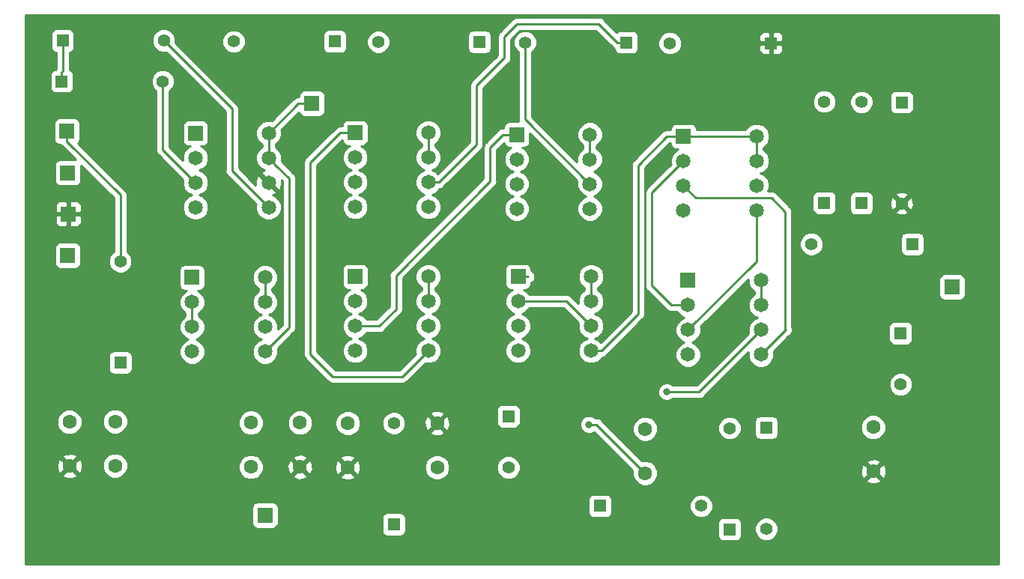
<source format=gbr>
G04 #@! TF.GenerationSoftware,KiCad,Pcbnew,(5.0.1)-3*
G04 #@! TF.CreationDate,2018-11-14T16:56:54-05:00*
G04 #@! TF.ProjectId,folding_amp,666F6C64696E675F616D702E6B696361,rev?*
G04 #@! TF.SameCoordinates,Original*
G04 #@! TF.FileFunction,Copper,L2,Bot,Signal*
G04 #@! TF.FilePolarity,Positive*
%FSLAX46Y46*%
G04 Gerber Fmt 4.6, Leading zero omitted, Abs format (unit mm)*
G04 Created by KiCad (PCBNEW (5.0.1)-3) date 11/14/2018 4:56:54 PM*
%MOMM*%
%LPD*%
G01*
G04 APERTURE LIST*
G04 #@! TA.AperFunction,ComponentPad*
%ADD10R,1.651000X1.651000*%
G04 #@! TD*
G04 #@! TA.AperFunction,ComponentPad*
%ADD11C,1.651000*%
G04 #@! TD*
G04 #@! TA.AperFunction,ComponentPad*
%ADD12R,1.397000X1.397000*%
G04 #@! TD*
G04 #@! TA.AperFunction,ComponentPad*
%ADD13C,1.397000*%
G04 #@! TD*
G04 #@! TA.AperFunction,ComponentPad*
%ADD14C,1.600000*%
G04 #@! TD*
G04 #@! TA.AperFunction,ComponentPad*
%ADD15R,1.422400X1.422400*%
G04 #@! TD*
G04 #@! TA.AperFunction,ComponentPad*
%ADD16C,1.422400*%
G04 #@! TD*
G04 #@! TA.AperFunction,ComponentPad*
%ADD17R,1.700000X1.700000*%
G04 #@! TD*
G04 #@! TA.AperFunction,ViaPad*
%ADD18C,0.800000*%
G04 #@! TD*
G04 #@! TA.AperFunction,Conductor*
%ADD19C,0.250000*%
G04 #@! TD*
G04 #@! TA.AperFunction,Conductor*
%ADD20C,0.254000*%
G04 #@! TD*
G04 APERTURE END LIST*
D10*
G04 #@! TO.P,U7,1*
G04 #@! TO.N,/I2*
X105645000Y-44818000D03*
D11*
G04 #@! TO.P,U7,2*
G04 #@! TO.N,/Vin*
X105645000Y-47612000D03*
G04 #@! TO.P,U7,3*
G04 #@! TO.N,/V_Load_2*
X105645000Y-50406000D03*
G04 #@! TO.P,U7,4*
G04 #@! TO.N,Net-(U7-Pad4)*
X105645000Y-53200000D03*
G04 #@! TO.P,U7,5*
G04 #@! TO.N,/V_Load_1*
X113900000Y-53200000D03*
G04 #@! TO.P,U7,6*
G04 #@! TO.N,/V_REF_2*
X113900000Y-50406000D03*
G04 #@! TO.P,U7,7*
G04 #@! TO.N,/I2*
X113900000Y-47612000D03*
G04 #@! TO.P,U7,8*
X113900000Y-44818000D03*
G04 #@! TD*
D12*
G04 #@! TO.P,R14,1*
G04 #@! TO.N,Net-(R11-Pad1)*
X131530000Y-57000000D03*
D13*
G04 #@! TO.P,R14,2*
G04 #@! TO.N,/Vout*
X120100000Y-57000000D03*
G04 #@! TD*
D12*
G04 #@! TO.P,R9,1*
G04 #@! TO.N,/+Vref*
X121550000Y-52330000D03*
D13*
G04 #@! TO.P,R9,2*
G04 #@! TO.N,Net-(R10-Pad1)*
X121550000Y-40900000D03*
G04 #@! TD*
D14*
G04 #@! TO.P,C4,2*
G04 #@! TO.N,GND*
X62300000Y-82200000D03*
G04 #@! TO.P,C4,1*
G04 #@! TO.N,/+Vref*
X62300000Y-77200000D03*
G04 #@! TD*
D15*
G04 #@! TO.P,L1,1*
G04 #@! TO.N,Net-(C7-Pad2)*
X85850000Y-76458800D03*
D16*
G04 #@! TO.P,L1,2*
G04 #@! TO.N,Net-(C6-Pad1)*
X85850000Y-82250000D03*
G04 #@! TD*
D12*
G04 #@! TO.P,R13,1*
G04 #@! TO.N,Net-(R13-Pad1)*
X96220000Y-86600000D03*
D13*
G04 #@! TO.P,R13,2*
G04 #@! TO.N,Net-(R12-Pad1)*
X107650000Y-86600000D03*
G04 #@! TD*
D10*
G04 #@! TO.P,U6,1*
G04 #@! TO.N,/I3*
X86795000Y-44618000D03*
D11*
G04 #@! TO.P,U6,2*
G04 #@! TO.N,/Vin*
X86795000Y-47412000D03*
G04 #@! TO.P,U6,3*
G04 #@! TO.N,/V_Load_1*
X86795000Y-50206000D03*
G04 #@! TO.P,U6,4*
G04 #@! TO.N,Net-(U6-Pad4)*
X86795000Y-53000000D03*
G04 #@! TO.P,U6,5*
G04 #@! TO.N,/V_Load_2*
X95050000Y-53000000D03*
G04 #@! TO.P,U6,6*
G04 #@! TO.N,/V_REF_3*
X95050000Y-50206000D03*
G04 #@! TO.P,U6,7*
G04 #@! TO.N,/I3*
X95050000Y-47412000D03*
G04 #@! TO.P,U6,8*
X95050000Y-44618000D03*
G04 #@! TD*
D12*
G04 #@! TO.P,R16,1*
G04 #@! TO.N,/Vgate*
X42000000Y-70380000D03*
D13*
G04 #@! TO.P,R16,2*
G04 #@! TO.N,/+Vref*
X42000000Y-58950000D03*
G04 #@! TD*
D10*
G04 #@! TO.P,U4,1*
G04 #@! TO.N,/I5*
X50495000Y-44468000D03*
D11*
G04 #@! TO.P,U4,2*
G04 #@! TO.N,/Vin*
X50495000Y-47262000D03*
G04 #@! TO.P,U4,3*
G04 #@! TO.N,/V_Load_1*
X50495000Y-50056000D03*
G04 #@! TO.P,U4,4*
G04 #@! TO.N,Net-(U4-Pad4)*
X50495000Y-52850000D03*
G04 #@! TO.P,U4,5*
G04 #@! TO.N,/V_Load_2*
X58750000Y-52850000D03*
G04 #@! TO.P,U4,6*
G04 #@! TO.N,GND*
X58750000Y-50056000D03*
G04 #@! TO.P,U4,7*
G04 #@! TO.N,/I5*
X58750000Y-47262000D03*
G04 #@! TO.P,U4,8*
X58750000Y-44468000D03*
G04 #@! TD*
D14*
G04 #@! TO.P,C1,2*
G04 #@! TO.N,GND*
X36250000Y-82100000D03*
G04 #@! TO.P,C1,1*
G04 #@! TO.N,Net-(C1-Pad1)*
X36250000Y-77100000D03*
G04 #@! TD*
G04 #@! TO.P,C2,2*
G04 #@! TO.N,Net-(C2-Pad2)*
X41400000Y-82050000D03*
G04 #@! TO.P,C2,1*
G04 #@! TO.N,Net-(C2-Pad1)*
X41400000Y-77050000D03*
G04 #@! TD*
G04 #@! TO.P,C3,2*
G04 #@! TO.N,Net-(C3-Pad2)*
X56750000Y-82200000D03*
G04 #@! TO.P,C3,1*
G04 #@! TO.N,Net-(C3-Pad1)*
X56750000Y-77200000D03*
G04 #@! TD*
G04 #@! TO.P,C5,2*
G04 #@! TO.N,GND*
X67700000Y-82250000D03*
G04 #@! TO.P,C5,1*
G04 #@! TO.N,Net-(C5-Pad1)*
X67700000Y-77250000D03*
G04 #@! TD*
G04 #@! TO.P,C6,2*
G04 #@! TO.N,GND*
X77800000Y-77250000D03*
G04 #@! TO.P,C6,1*
G04 #@! TO.N,Net-(C6-Pad1)*
X77800000Y-82250000D03*
G04 #@! TD*
G04 #@! TO.P,C7,2*
G04 #@! TO.N,Net-(C7-Pad2)*
X101300000Y-77900000D03*
G04 #@! TO.P,C7,1*
G04 #@! TO.N,Net-(C7-Pad1)*
X101300000Y-82900000D03*
G04 #@! TD*
G04 #@! TO.P,C8,2*
G04 #@! TO.N,GND*
X127100000Y-82700000D03*
G04 #@! TO.P,C8,1*
G04 #@! TO.N,Net-(C8-Pad1)*
X127100000Y-77700000D03*
G04 #@! TD*
D17*
G04 #@! TO.P,J1,1*
G04 #@! TO.N,/Vin*
X36051600Y-48936600D03*
G04 #@! TD*
G04 #@! TO.P,J2,1*
G04 #@! TO.N,/+Vref*
X35951600Y-44236600D03*
G04 #@! TD*
G04 #@! TO.P,J3,1*
G04 #@! TO.N,/Vout*
X36051600Y-58286600D03*
G04 #@! TD*
G04 #@! TO.P,J4,1*
G04 #@! TO.N,GND*
X36101600Y-53586600D03*
G04 #@! TD*
D15*
G04 #@! TO.P,L2,1*
G04 #@! TO.N,/-Vref*
X130200000Y-67058800D03*
D16*
G04 #@! TO.P,L2,2*
G04 #@! TO.N,Net-(C8-Pad1)*
X130200000Y-72850000D03*
G04 #@! TD*
D12*
G04 #@! TO.P,R1,1*
G04 #@! TO.N,/+Vref*
X35470000Y-34000000D03*
D13*
G04 #@! TO.P,R1,2*
G04 #@! TO.N,/V_Load_2*
X46900000Y-34000000D03*
G04 #@! TD*
D12*
G04 #@! TO.P,R3,1*
G04 #@! TO.N,/+Vref*
X35370000Y-38600000D03*
D13*
G04 #@! TO.P,R3,2*
G04 #@! TO.N,/V_Load_1*
X46800000Y-38600000D03*
G04 #@! TD*
D12*
G04 #@! TO.P,R4,1*
G04 #@! TO.N,/V_REF_2*
X66230000Y-34100000D03*
D13*
G04 #@! TO.P,R4,2*
G04 #@! TO.N,/+Vref*
X54800000Y-34100000D03*
G04 #@! TD*
D12*
G04 #@! TO.P,R5,1*
G04 #@! TO.N,/V_REF_3*
X82580000Y-34150000D03*
D13*
G04 #@! TO.P,R5,2*
G04 #@! TO.N,/V_REF_2*
X71150000Y-34150000D03*
G04 #@! TD*
D12*
G04 #@! TO.P,R6,1*
G04 #@! TO.N,/V_REF_4*
X99180000Y-34200000D03*
D13*
G04 #@! TO.P,R6,2*
G04 #@! TO.N,/V_REF_3*
X87750000Y-34200000D03*
G04 #@! TD*
D12*
G04 #@! TO.P,R7,1*
G04 #@! TO.N,GND*
X115530000Y-34300000D03*
D13*
G04 #@! TO.P,R7,2*
G04 #@! TO.N,/V_REF_4*
X104100000Y-34300000D03*
G04 #@! TD*
D12*
G04 #@! TO.P,R8,1*
G04 #@! TO.N,Net-(C6-Pad1)*
X72900000Y-88680000D03*
D13*
G04 #@! TO.P,R8,2*
G04 #@! TO.N,Net-(C5-Pad1)*
X72900000Y-77250000D03*
G04 #@! TD*
D12*
G04 #@! TO.P,R10,1*
G04 #@! TO.N,Net-(R10-Pad1)*
X130300000Y-40970000D03*
D13*
G04 #@! TO.P,R10,2*
G04 #@! TO.N,GND*
X130300000Y-52400000D03*
G04 #@! TD*
D12*
G04 #@! TO.P,R11,1*
G04 #@! TO.N,Net-(R11-Pad1)*
X125750000Y-52380000D03*
D13*
G04 #@! TO.P,R11,2*
G04 #@! TO.N,Net-(R10-Pad1)*
X125750000Y-40950000D03*
G04 #@! TD*
D12*
G04 #@! TO.P,R12,1*
G04 #@! TO.N,Net-(R12-Pad1)*
X110850000Y-89230000D03*
D13*
G04 #@! TO.P,R12,2*
G04 #@! TO.N,Net-(D1-Pad2)*
X110850000Y-77800000D03*
G04 #@! TD*
D12*
G04 #@! TO.P,R15,1*
G04 #@! TO.N,Net-(C8-Pad1)*
X115000000Y-77770000D03*
D13*
G04 #@! TO.P,R15,2*
G04 #@! TO.N,Net-(R12-Pad1)*
X115000000Y-89200000D03*
G04 #@! TD*
D10*
G04 #@! TO.P,U1,1*
G04 #@! TO.N,/-Vref*
X50095000Y-60768000D03*
D11*
G04 #@! TO.P,U1,2*
G04 #@! TO.N,/Vgate*
X50095000Y-63562000D03*
G04 #@! TO.P,U1,3*
X50095000Y-66356000D03*
G04 #@! TO.P,U1,4*
G04 #@! TO.N,Net-(U1-Pad4)*
X50095000Y-69150000D03*
G04 #@! TO.P,U1,5*
G04 #@! TO.N,/I5*
X58350000Y-69150000D03*
G04 #@! TO.P,U1,6*
G04 #@! TO.N,/Vgate*
X58350000Y-66356000D03*
G04 #@! TO.P,U1,7*
G04 #@! TO.N,/-Vref*
X58350000Y-63562000D03*
G04 #@! TO.P,U1,8*
X58350000Y-60768000D03*
G04 #@! TD*
D10*
G04 #@! TO.P,U2,1*
G04 #@! TO.N,/-Vref*
X68545000Y-60668000D03*
D11*
G04 #@! TO.P,U2,2*
G04 #@! TO.N,/Vgate*
X68545000Y-63462000D03*
G04 #@! TO.P,U2,3*
G04 #@! TO.N,/I3*
X68545000Y-66256000D03*
G04 #@! TO.P,U2,4*
G04 #@! TO.N,Net-(U2-Pad4)*
X68545000Y-69050000D03*
G04 #@! TO.P,U2,5*
G04 #@! TO.N,/I4*
X76800000Y-69050000D03*
G04 #@! TO.P,U2,6*
G04 #@! TO.N,/Vgate*
X76800000Y-66256000D03*
G04 #@! TO.P,U2,7*
G04 #@! TO.N,/-Vref*
X76800000Y-63462000D03*
G04 #@! TO.P,U2,8*
X76800000Y-60668000D03*
G04 #@! TD*
D10*
G04 #@! TO.P,U3,1*
G04 #@! TO.N,/-Vref*
X86945000Y-60668000D03*
D11*
G04 #@! TO.P,U3,2*
G04 #@! TO.N,/Vgate*
X86945000Y-63462000D03*
G04 #@! TO.P,U3,3*
G04 #@! TO.N,/I1*
X86945000Y-66256000D03*
G04 #@! TO.P,U3,4*
G04 #@! TO.N,Net-(U3-Pad4)*
X86945000Y-69050000D03*
G04 #@! TO.P,U3,5*
G04 #@! TO.N,/I2*
X95200000Y-69050000D03*
G04 #@! TO.P,U3,6*
G04 #@! TO.N,/Vgate*
X95200000Y-66256000D03*
G04 #@! TO.P,U3,7*
G04 #@! TO.N,/-Vref*
X95200000Y-63462000D03*
G04 #@! TO.P,U3,8*
X95200000Y-60668000D03*
G04 #@! TD*
D10*
G04 #@! TO.P,U5,1*
G04 #@! TO.N,/I4*
X68545000Y-44418000D03*
D11*
G04 #@! TO.P,U5,2*
G04 #@! TO.N,/Vin*
X68545000Y-47212000D03*
G04 #@! TO.P,U5,3*
G04 #@! TO.N,/V_Load_2*
X68545000Y-50006000D03*
G04 #@! TO.P,U5,4*
G04 #@! TO.N,Net-(U5-Pad4)*
X68545000Y-52800000D03*
G04 #@! TO.P,U5,5*
G04 #@! TO.N,/V_Load_1*
X76800000Y-52800000D03*
G04 #@! TO.P,U5,6*
G04 #@! TO.N,/V_REF_4*
X76800000Y-50006000D03*
G04 #@! TO.P,U5,7*
G04 #@! TO.N,/I4*
X76800000Y-47212000D03*
G04 #@! TO.P,U5,8*
X76800000Y-44418000D03*
G04 #@! TD*
D10*
G04 #@! TO.P,U8,1*
G04 #@! TO.N,/I1*
X106145000Y-61118000D03*
D11*
G04 #@! TO.P,U8,2*
G04 #@! TO.N,/Vin*
X106145000Y-63912000D03*
G04 #@! TO.P,U8,3*
G04 #@! TO.N,/V_Load_1*
X106145000Y-66706000D03*
G04 #@! TO.P,U8,4*
G04 #@! TO.N,Net-(U8-Pad4)*
X106145000Y-69500000D03*
G04 #@! TO.P,U8,5*
G04 #@! TO.N,/V_Load_2*
X114400000Y-69500000D03*
G04 #@! TO.P,U8,6*
G04 #@! TO.N,/+Vref*
X114400000Y-66706000D03*
G04 #@! TO.P,U8,7*
G04 #@! TO.N,/I1*
X114400000Y-63912000D03*
G04 #@! TO.P,U8,8*
X114400000Y-61118000D03*
G04 #@! TD*
D17*
G04 #@! TO.P,Neg. Vref,1*
G04 #@! TO.N,/-Vref*
X136000000Y-61850000D03*
G04 #@! TD*
G04 #@! TO.P,I5,1*
G04 #@! TO.N,/I5*
X63650000Y-41100000D03*
G04 #@! TD*
G04 #@! TO.P,Pos. Vref_Charged,1*
G04 #@! TO.N,Net-(C5-Pad1)*
X58350000Y-87650000D03*
G04 #@! TD*
D18*
G04 #@! TO.N,GND*
X94965942Y-83671208D03*
G04 #@! TO.N,/+Vref*
X103750000Y-73700000D03*
G04 #@! TO.N,Net-(C7-Pad1)*
X94950000Y-77400000D03*
G04 #@! TD*
D19*
G04 #@! TO.N,/+Vref*
X35370000Y-38600000D02*
X35370000Y-37576200D01*
X35370000Y-37576200D02*
X35470000Y-37476200D01*
X35470000Y-37476200D02*
X35470000Y-34000000D01*
X42000000Y-58950000D02*
X42000000Y-51460300D01*
X42000000Y-51460300D02*
X35951600Y-45411900D01*
X35951600Y-44236600D02*
X35951600Y-45411900D01*
X107406000Y-73700000D02*
X114400000Y-66706000D01*
X103750000Y-73700000D02*
X107406000Y-73700000D01*
G04 #@! TO.N,Net-(C7-Pad1)*
X95800000Y-77400000D02*
X94950000Y-77400000D01*
X101300000Y-82900000D02*
X95800000Y-77400000D01*
G04 #@! TO.N,Net-(C8-Pad1)*
X127070000Y-77670000D02*
X127100000Y-77700000D01*
G04 #@! TO.N,/Vin*
X106145000Y-63912000D02*
X104262000Y-63912000D01*
X104262000Y-63912000D02*
X102050000Y-61700000D01*
X102050000Y-51207000D02*
X105645000Y-47612000D01*
X102050000Y-61700000D02*
X102050000Y-51207000D01*
G04 #@! TO.N,/-Vref*
X86945000Y-60668000D02*
X88095800Y-60668000D01*
X95200000Y-60668000D02*
X95200000Y-63462000D01*
X58350000Y-60768000D02*
X58350000Y-63562000D01*
X76800000Y-60668000D02*
X76800000Y-63462000D01*
G04 #@! TO.N,/V_Load_2*
X117150000Y-66750000D02*
X117150000Y-66750000D01*
X117150000Y-53350000D02*
X117150000Y-66750000D01*
X115603000Y-51803000D02*
X117150000Y-53350000D01*
X105645000Y-50406000D02*
X107042000Y-51803000D01*
X107042000Y-51803000D02*
X115603000Y-51803000D01*
X117200000Y-66650000D02*
X114400000Y-69500000D01*
X117150000Y-66750000D02*
X117200000Y-66650000D01*
X56000000Y-50100000D02*
X58750000Y-52850000D01*
X46900000Y-34000000D02*
X54600000Y-41700000D01*
X54600000Y-48700000D02*
X56000000Y-50100000D01*
X54600000Y-41700000D02*
X54600000Y-48700000D01*
G04 #@! TO.N,/V_Load_1*
X50495000Y-50056000D02*
X46800000Y-46361000D01*
X46800000Y-46361000D02*
X46800000Y-38600000D01*
X113900000Y-58951000D02*
X113900000Y-53200000D01*
X106145000Y-66706000D02*
X113900000Y-58951000D01*
G04 #@! TO.N,/V_REF_3*
X95050000Y-50206000D02*
X87750000Y-42906000D01*
X87750000Y-42906000D02*
X87750000Y-34200000D01*
G04 #@! TO.N,/V_REF_4*
X98156200Y-34200000D02*
X99180000Y-34200000D01*
X96056200Y-32100000D02*
X98156200Y-34200000D01*
X77967433Y-50006000D02*
X82250000Y-45723433D01*
X76800000Y-50006000D02*
X77967433Y-50006000D01*
X82250000Y-45723433D02*
X82250000Y-39100000D01*
X82250000Y-39100000D02*
X85400000Y-35950000D01*
X85400000Y-35950000D02*
X85400000Y-33550000D01*
X86850000Y-32100000D02*
X96056200Y-32100000D01*
X85400000Y-33550000D02*
X86850000Y-32100000D01*
G04 #@! TO.N,/I3*
X95050000Y-44618000D02*
X95050000Y-47412000D01*
X68545000Y-66256000D02*
X71244000Y-66256000D01*
X71244000Y-66256000D02*
X73150000Y-64350000D01*
X73150000Y-64350000D02*
X73150000Y-60550000D01*
X73150000Y-60550000D02*
X83800000Y-49900000D01*
X83800000Y-49900000D02*
X83800000Y-46050000D01*
X85232000Y-44618000D02*
X86795000Y-44618000D01*
X83800000Y-46050000D02*
X85232000Y-44618000D01*
G04 #@! TO.N,/I1*
X114400000Y-61118000D02*
X114400000Y-63912000D01*
G04 #@! TO.N,/I2*
X106220400Y-44818000D02*
X105645000Y-44818000D01*
X106220400Y-44818000D02*
X106795800Y-44818000D01*
X113900000Y-44818000D02*
X106795800Y-44818000D01*
X113900000Y-44818000D02*
X113900000Y-47612000D01*
X103782000Y-44818000D02*
X105645000Y-44818000D01*
X100500000Y-48100000D02*
X103782000Y-44818000D01*
X100500000Y-64917433D02*
X100500000Y-48100000D01*
X95200000Y-69050000D02*
X96367433Y-69050000D01*
X96367433Y-69050000D02*
X100500000Y-64917433D01*
G04 #@! TO.N,/I5*
X58750000Y-44468000D02*
X58750000Y-47262000D01*
X63650000Y-41100000D02*
X62118000Y-41100000D01*
X62118000Y-41100000D02*
X58750000Y-44468000D01*
X59575499Y-48087499D02*
X58750000Y-47262000D01*
X59587499Y-48087499D02*
X59575499Y-48087499D01*
X61050000Y-49550000D02*
X59587499Y-48087499D01*
X61050000Y-66450000D02*
X61050000Y-49550000D01*
X58350000Y-69150000D02*
X61050000Y-66450000D01*
G04 #@! TO.N,/I4*
X76800000Y-44418000D02*
X76800000Y-47212000D01*
X66832000Y-44418000D02*
X68545000Y-44418000D01*
X63450000Y-47800000D02*
X66832000Y-44418000D01*
X76800000Y-69050000D02*
X73850000Y-72000000D01*
X73850000Y-72000000D02*
X66000000Y-72000000D01*
X63450000Y-69450000D02*
X63450000Y-66800000D01*
X66000000Y-72000000D02*
X63450000Y-69450000D01*
X63450000Y-67000000D02*
X63450000Y-66800000D01*
X63450000Y-66800000D02*
X63450000Y-47800000D01*
G04 #@! TO.N,/Vgate*
X50095000Y-66356000D02*
X50095000Y-63562000D01*
X95200000Y-66256000D02*
X92406000Y-63462000D01*
X92406000Y-63462000D02*
X86945000Y-63462000D01*
G04 #@! TD*
D20*
G04 #@! TO.N,GND*
G36*
X141273000Y-93173000D02*
X31277000Y-93173000D01*
X31277000Y-86800000D01*
X56852560Y-86800000D01*
X56852560Y-88500000D01*
X56901843Y-88747765D01*
X57042191Y-88957809D01*
X57252235Y-89098157D01*
X57500000Y-89147440D01*
X59200000Y-89147440D01*
X59447765Y-89098157D01*
X59657809Y-88957809D01*
X59798157Y-88747765D01*
X59847440Y-88500000D01*
X59847440Y-87981500D01*
X71554060Y-87981500D01*
X71554060Y-89378500D01*
X71603343Y-89626265D01*
X71743691Y-89836309D01*
X71953735Y-89976657D01*
X72201500Y-90025940D01*
X73598500Y-90025940D01*
X73846265Y-89976657D01*
X74056309Y-89836309D01*
X74196657Y-89626265D01*
X74245940Y-89378500D01*
X74245940Y-88531500D01*
X109504060Y-88531500D01*
X109504060Y-89928500D01*
X109553343Y-90176265D01*
X109693691Y-90386309D01*
X109903735Y-90526657D01*
X110151500Y-90575940D01*
X111548500Y-90575940D01*
X111796265Y-90526657D01*
X112006309Y-90386309D01*
X112146657Y-90176265D01*
X112195940Y-89928500D01*
X112195940Y-88934750D01*
X113666500Y-88934750D01*
X113666500Y-89465250D01*
X113869513Y-89955367D01*
X114244633Y-90330487D01*
X114734750Y-90533500D01*
X115265250Y-90533500D01*
X115755367Y-90330487D01*
X116130487Y-89955367D01*
X116333500Y-89465250D01*
X116333500Y-88934750D01*
X116130487Y-88444633D01*
X115755367Y-88069513D01*
X115265250Y-87866500D01*
X114734750Y-87866500D01*
X114244633Y-88069513D01*
X113869513Y-88444633D01*
X113666500Y-88934750D01*
X112195940Y-88934750D01*
X112195940Y-88531500D01*
X112146657Y-88283735D01*
X112006309Y-88073691D01*
X111796265Y-87933343D01*
X111548500Y-87884060D01*
X110151500Y-87884060D01*
X109903735Y-87933343D01*
X109693691Y-88073691D01*
X109553343Y-88283735D01*
X109504060Y-88531500D01*
X74245940Y-88531500D01*
X74245940Y-87981500D01*
X74196657Y-87733735D01*
X74056309Y-87523691D01*
X73846265Y-87383343D01*
X73598500Y-87334060D01*
X72201500Y-87334060D01*
X71953735Y-87383343D01*
X71743691Y-87523691D01*
X71603343Y-87733735D01*
X71554060Y-87981500D01*
X59847440Y-87981500D01*
X59847440Y-86800000D01*
X59798157Y-86552235D01*
X59657809Y-86342191D01*
X59447765Y-86201843D01*
X59200000Y-86152560D01*
X57500000Y-86152560D01*
X57252235Y-86201843D01*
X57042191Y-86342191D01*
X56901843Y-86552235D01*
X56852560Y-86800000D01*
X31277000Y-86800000D01*
X31277000Y-85901500D01*
X94874060Y-85901500D01*
X94874060Y-87298500D01*
X94923343Y-87546265D01*
X95063691Y-87756309D01*
X95273735Y-87896657D01*
X95521500Y-87945940D01*
X96918500Y-87945940D01*
X97166265Y-87896657D01*
X97376309Y-87756309D01*
X97516657Y-87546265D01*
X97565940Y-87298500D01*
X97565940Y-86334750D01*
X106316500Y-86334750D01*
X106316500Y-86865250D01*
X106519513Y-87355367D01*
X106894633Y-87730487D01*
X107384750Y-87933500D01*
X107915250Y-87933500D01*
X108405367Y-87730487D01*
X108780487Y-87355367D01*
X108983500Y-86865250D01*
X108983500Y-86334750D01*
X108780487Y-85844633D01*
X108405367Y-85469513D01*
X107915250Y-85266500D01*
X107384750Y-85266500D01*
X106894633Y-85469513D01*
X106519513Y-85844633D01*
X106316500Y-86334750D01*
X97565940Y-86334750D01*
X97565940Y-85901500D01*
X97516657Y-85653735D01*
X97376309Y-85443691D01*
X97166265Y-85303343D01*
X96918500Y-85254060D01*
X95521500Y-85254060D01*
X95273735Y-85303343D01*
X95063691Y-85443691D01*
X94923343Y-85653735D01*
X94874060Y-85901500D01*
X31277000Y-85901500D01*
X31277000Y-83107745D01*
X35421861Y-83107745D01*
X35495995Y-83353864D01*
X36033223Y-83546965D01*
X36603454Y-83519778D01*
X37004005Y-83353864D01*
X37078139Y-83107745D01*
X36250000Y-82279605D01*
X35421861Y-83107745D01*
X31277000Y-83107745D01*
X31277000Y-81883223D01*
X34803035Y-81883223D01*
X34830222Y-82453454D01*
X34996136Y-82854005D01*
X35242255Y-82928139D01*
X36070395Y-82100000D01*
X36429605Y-82100000D01*
X37257745Y-82928139D01*
X37503864Y-82854005D01*
X37696965Y-82316777D01*
X37670637Y-81764561D01*
X39965000Y-81764561D01*
X39965000Y-82335439D01*
X40183466Y-82862862D01*
X40587138Y-83266534D01*
X41114561Y-83485000D01*
X41685439Y-83485000D01*
X42212862Y-83266534D01*
X42616534Y-82862862D01*
X42835000Y-82335439D01*
X42835000Y-81914561D01*
X55315000Y-81914561D01*
X55315000Y-82485439D01*
X55533466Y-83012862D01*
X55937138Y-83416534D01*
X56464561Y-83635000D01*
X57035439Y-83635000D01*
X57562862Y-83416534D01*
X57771651Y-83207745D01*
X61471861Y-83207745D01*
X61545995Y-83453864D01*
X62083223Y-83646965D01*
X62653454Y-83619778D01*
X63054005Y-83453864D01*
X63113078Y-83257745D01*
X66871861Y-83257745D01*
X66945995Y-83503864D01*
X67483223Y-83696965D01*
X68053454Y-83669778D01*
X68454005Y-83503864D01*
X68528139Y-83257745D01*
X67700000Y-82429605D01*
X66871861Y-83257745D01*
X63113078Y-83257745D01*
X63128139Y-83207745D01*
X62300000Y-82379605D01*
X61471861Y-83207745D01*
X57771651Y-83207745D01*
X57966534Y-83012862D01*
X58185000Y-82485439D01*
X58185000Y-81983223D01*
X60853035Y-81983223D01*
X60880222Y-82553454D01*
X61046136Y-82954005D01*
X61292255Y-83028139D01*
X62120395Y-82200000D01*
X62479605Y-82200000D01*
X63307745Y-83028139D01*
X63553864Y-82954005D01*
X63746965Y-82416777D01*
X63728679Y-82033223D01*
X66253035Y-82033223D01*
X66280222Y-82603454D01*
X66446136Y-83004005D01*
X66692255Y-83078139D01*
X67520395Y-82250000D01*
X67879605Y-82250000D01*
X68707745Y-83078139D01*
X68953864Y-83004005D01*
X69146965Y-82466777D01*
X69123021Y-81964561D01*
X76365000Y-81964561D01*
X76365000Y-82535439D01*
X76583466Y-83062862D01*
X76987138Y-83466534D01*
X77514561Y-83685000D01*
X78085439Y-83685000D01*
X78612862Y-83466534D01*
X79016534Y-83062862D01*
X79235000Y-82535439D01*
X79235000Y-81982224D01*
X84503800Y-81982224D01*
X84503800Y-82517776D01*
X84708746Y-83012561D01*
X85087439Y-83391254D01*
X85582224Y-83596200D01*
X86117776Y-83596200D01*
X86612561Y-83391254D01*
X86991254Y-83012561D01*
X87196200Y-82517776D01*
X87196200Y-81982224D01*
X86991254Y-81487439D01*
X86612561Y-81108746D01*
X86117776Y-80903800D01*
X85582224Y-80903800D01*
X85087439Y-81108746D01*
X84708746Y-81487439D01*
X84503800Y-81982224D01*
X79235000Y-81982224D01*
X79235000Y-81964561D01*
X79016534Y-81437138D01*
X78612862Y-81033466D01*
X78085439Y-80815000D01*
X77514561Y-80815000D01*
X76987138Y-81033466D01*
X76583466Y-81437138D01*
X76365000Y-81964561D01*
X69123021Y-81964561D01*
X69119778Y-81896546D01*
X68953864Y-81495995D01*
X68707745Y-81421861D01*
X67879605Y-82250000D01*
X67520395Y-82250000D01*
X66692255Y-81421861D01*
X66446136Y-81495995D01*
X66253035Y-82033223D01*
X63728679Y-82033223D01*
X63719778Y-81846546D01*
X63553864Y-81445995D01*
X63307745Y-81371861D01*
X62479605Y-82200000D01*
X62120395Y-82200000D01*
X61292255Y-81371861D01*
X61046136Y-81445995D01*
X60853035Y-81983223D01*
X58185000Y-81983223D01*
X58185000Y-81914561D01*
X57966534Y-81387138D01*
X57771651Y-81192255D01*
X61471861Y-81192255D01*
X62300000Y-82020395D01*
X63078139Y-81242255D01*
X66871861Y-81242255D01*
X67700000Y-82070395D01*
X68528139Y-81242255D01*
X68454005Y-80996136D01*
X67916777Y-80803035D01*
X67346546Y-80830222D01*
X66945995Y-80996136D01*
X66871861Y-81242255D01*
X63078139Y-81242255D01*
X63128139Y-81192255D01*
X63054005Y-80946136D01*
X62516777Y-80753035D01*
X61946546Y-80780222D01*
X61545995Y-80946136D01*
X61471861Y-81192255D01*
X57771651Y-81192255D01*
X57562862Y-80983466D01*
X57035439Y-80765000D01*
X56464561Y-80765000D01*
X55937138Y-80983466D01*
X55533466Y-81387138D01*
X55315000Y-81914561D01*
X42835000Y-81914561D01*
X42835000Y-81764561D01*
X42616534Y-81237138D01*
X42212862Y-80833466D01*
X41685439Y-80615000D01*
X41114561Y-80615000D01*
X40587138Y-80833466D01*
X40183466Y-81237138D01*
X39965000Y-81764561D01*
X37670637Y-81764561D01*
X37669778Y-81746546D01*
X37503864Y-81345995D01*
X37257745Y-81271861D01*
X36429605Y-82100000D01*
X36070395Y-82100000D01*
X35242255Y-81271861D01*
X34996136Y-81345995D01*
X34803035Y-81883223D01*
X31277000Y-81883223D01*
X31277000Y-81092255D01*
X35421861Y-81092255D01*
X36250000Y-81920395D01*
X37078139Y-81092255D01*
X37004005Y-80846136D01*
X36466777Y-80653035D01*
X35896546Y-80680222D01*
X35495995Y-80846136D01*
X35421861Y-81092255D01*
X31277000Y-81092255D01*
X31277000Y-76814561D01*
X34815000Y-76814561D01*
X34815000Y-77385439D01*
X35033466Y-77912862D01*
X35437138Y-78316534D01*
X35964561Y-78535000D01*
X36535439Y-78535000D01*
X37062862Y-78316534D01*
X37466534Y-77912862D01*
X37685000Y-77385439D01*
X37685000Y-76814561D01*
X37664290Y-76764561D01*
X39965000Y-76764561D01*
X39965000Y-77335439D01*
X40183466Y-77862862D01*
X40587138Y-78266534D01*
X41114561Y-78485000D01*
X41685439Y-78485000D01*
X42212862Y-78266534D01*
X42616534Y-77862862D01*
X42835000Y-77335439D01*
X42835000Y-76914561D01*
X55315000Y-76914561D01*
X55315000Y-77485439D01*
X55533466Y-78012862D01*
X55937138Y-78416534D01*
X56464561Y-78635000D01*
X57035439Y-78635000D01*
X57562862Y-78416534D01*
X57966534Y-78012862D01*
X58185000Y-77485439D01*
X58185000Y-76914561D01*
X60865000Y-76914561D01*
X60865000Y-77485439D01*
X61083466Y-78012862D01*
X61487138Y-78416534D01*
X62014561Y-78635000D01*
X62585439Y-78635000D01*
X63112862Y-78416534D01*
X63516534Y-78012862D01*
X63735000Y-77485439D01*
X63735000Y-76964561D01*
X66265000Y-76964561D01*
X66265000Y-77535439D01*
X66483466Y-78062862D01*
X66887138Y-78466534D01*
X67414561Y-78685000D01*
X67985439Y-78685000D01*
X68512862Y-78466534D01*
X68916534Y-78062862D01*
X69135000Y-77535439D01*
X69135000Y-76984750D01*
X71566500Y-76984750D01*
X71566500Y-77515250D01*
X71769513Y-78005367D01*
X72144633Y-78380487D01*
X72634750Y-78583500D01*
X73165250Y-78583500D01*
X73655367Y-78380487D01*
X73778109Y-78257745D01*
X76971861Y-78257745D01*
X77045995Y-78503864D01*
X77583223Y-78696965D01*
X78153454Y-78669778D01*
X78554005Y-78503864D01*
X78628139Y-78257745D01*
X77800000Y-77429605D01*
X76971861Y-78257745D01*
X73778109Y-78257745D01*
X74030487Y-78005367D01*
X74233500Y-77515250D01*
X74233500Y-77033223D01*
X76353035Y-77033223D01*
X76380222Y-77603454D01*
X76546136Y-78004005D01*
X76792255Y-78078139D01*
X77620395Y-77250000D01*
X77979605Y-77250000D01*
X78807745Y-78078139D01*
X79053864Y-78004005D01*
X79246965Y-77466777D01*
X79219778Y-76896546D01*
X79053864Y-76495995D01*
X78807745Y-76421861D01*
X77979605Y-77250000D01*
X77620395Y-77250000D01*
X76792255Y-76421861D01*
X76546136Y-76495995D01*
X76353035Y-77033223D01*
X74233500Y-77033223D01*
X74233500Y-76984750D01*
X74030487Y-76494633D01*
X73778109Y-76242255D01*
X76971861Y-76242255D01*
X77800000Y-77070395D01*
X78628139Y-76242255D01*
X78554005Y-75996136D01*
X78016777Y-75803035D01*
X77446546Y-75830222D01*
X77045995Y-75996136D01*
X76971861Y-76242255D01*
X73778109Y-76242255D01*
X73655367Y-76119513D01*
X73165250Y-75916500D01*
X72634750Y-75916500D01*
X72144633Y-76119513D01*
X71769513Y-76494633D01*
X71566500Y-76984750D01*
X69135000Y-76984750D01*
X69135000Y-76964561D01*
X68916534Y-76437138D01*
X68512862Y-76033466D01*
X67985439Y-75815000D01*
X67414561Y-75815000D01*
X66887138Y-76033466D01*
X66483466Y-76437138D01*
X66265000Y-76964561D01*
X63735000Y-76964561D01*
X63735000Y-76914561D01*
X63516534Y-76387138D01*
X63112862Y-75983466D01*
X62585439Y-75765000D01*
X62014561Y-75765000D01*
X61487138Y-75983466D01*
X61083466Y-76387138D01*
X60865000Y-76914561D01*
X58185000Y-76914561D01*
X57966534Y-76387138D01*
X57562862Y-75983466D01*
X57035439Y-75765000D01*
X56464561Y-75765000D01*
X55937138Y-75983466D01*
X55533466Y-76387138D01*
X55315000Y-76914561D01*
X42835000Y-76914561D01*
X42835000Y-76764561D01*
X42616534Y-76237138D01*
X42212862Y-75833466D01*
X42005564Y-75747600D01*
X84491360Y-75747600D01*
X84491360Y-77170000D01*
X84540643Y-77417765D01*
X84680991Y-77627809D01*
X84891035Y-77768157D01*
X85138800Y-77817440D01*
X86561200Y-77817440D01*
X86808965Y-77768157D01*
X87019009Y-77627809D01*
X87159357Y-77417765D01*
X87203841Y-77194126D01*
X93915000Y-77194126D01*
X93915000Y-77605874D01*
X94072569Y-77986280D01*
X94363720Y-78277431D01*
X94744126Y-78435000D01*
X95155874Y-78435000D01*
X95536280Y-78277431D01*
X95569455Y-78244256D01*
X99886896Y-82561698D01*
X99865000Y-82614561D01*
X99865000Y-83185439D01*
X100083466Y-83712862D01*
X100487138Y-84116534D01*
X101014561Y-84335000D01*
X101585439Y-84335000D01*
X102112862Y-84116534D01*
X102516534Y-83712862D01*
X102518653Y-83707745D01*
X126271861Y-83707745D01*
X126345995Y-83953864D01*
X126883223Y-84146965D01*
X127453454Y-84119778D01*
X127854005Y-83953864D01*
X127928139Y-83707745D01*
X127100000Y-82879605D01*
X126271861Y-83707745D01*
X102518653Y-83707745D01*
X102735000Y-83185439D01*
X102735000Y-82614561D01*
X102680598Y-82483223D01*
X125653035Y-82483223D01*
X125680222Y-83053454D01*
X125846136Y-83454005D01*
X126092255Y-83528139D01*
X126920395Y-82700000D01*
X127279605Y-82700000D01*
X128107745Y-83528139D01*
X128353864Y-83454005D01*
X128546965Y-82916777D01*
X128519778Y-82346546D01*
X128353864Y-81945995D01*
X128107745Y-81871861D01*
X127279605Y-82700000D01*
X126920395Y-82700000D01*
X126092255Y-81871861D01*
X125846136Y-81945995D01*
X125653035Y-82483223D01*
X102680598Y-82483223D01*
X102516534Y-82087138D01*
X102121651Y-81692255D01*
X126271861Y-81692255D01*
X127100000Y-82520395D01*
X127928139Y-81692255D01*
X127854005Y-81446136D01*
X127316777Y-81253035D01*
X126746546Y-81280222D01*
X126345995Y-81446136D01*
X126271861Y-81692255D01*
X102121651Y-81692255D01*
X102112862Y-81683466D01*
X101585439Y-81465000D01*
X101014561Y-81465000D01*
X100961698Y-81486896D01*
X97089363Y-77614561D01*
X99865000Y-77614561D01*
X99865000Y-78185439D01*
X100083466Y-78712862D01*
X100487138Y-79116534D01*
X101014561Y-79335000D01*
X101585439Y-79335000D01*
X102112862Y-79116534D01*
X102516534Y-78712862D01*
X102735000Y-78185439D01*
X102735000Y-77614561D01*
X102701942Y-77534750D01*
X109516500Y-77534750D01*
X109516500Y-78065250D01*
X109719513Y-78555367D01*
X110094633Y-78930487D01*
X110584750Y-79133500D01*
X111115250Y-79133500D01*
X111605367Y-78930487D01*
X111980487Y-78555367D01*
X112183500Y-78065250D01*
X112183500Y-77534750D01*
X111991616Y-77071500D01*
X113654060Y-77071500D01*
X113654060Y-78468500D01*
X113703343Y-78716265D01*
X113843691Y-78926309D01*
X114053735Y-79066657D01*
X114301500Y-79115940D01*
X115698500Y-79115940D01*
X115946265Y-79066657D01*
X116156309Y-78926309D01*
X116296657Y-78716265D01*
X116345940Y-78468500D01*
X116345940Y-77414561D01*
X125665000Y-77414561D01*
X125665000Y-77985439D01*
X125883466Y-78512862D01*
X126287138Y-78916534D01*
X126814561Y-79135000D01*
X127385439Y-79135000D01*
X127912862Y-78916534D01*
X128316534Y-78512862D01*
X128535000Y-77985439D01*
X128535000Y-77414561D01*
X128316534Y-76887138D01*
X127912862Y-76483466D01*
X127385439Y-76265000D01*
X126814561Y-76265000D01*
X126287138Y-76483466D01*
X125883466Y-76887138D01*
X125665000Y-77414561D01*
X116345940Y-77414561D01*
X116345940Y-77071500D01*
X116296657Y-76823735D01*
X116156309Y-76613691D01*
X115946265Y-76473343D01*
X115698500Y-76424060D01*
X114301500Y-76424060D01*
X114053735Y-76473343D01*
X113843691Y-76613691D01*
X113703343Y-76823735D01*
X113654060Y-77071500D01*
X111991616Y-77071500D01*
X111980487Y-77044633D01*
X111605367Y-76669513D01*
X111115250Y-76466500D01*
X110584750Y-76466500D01*
X110094633Y-76669513D01*
X109719513Y-77044633D01*
X109516500Y-77534750D01*
X102701942Y-77534750D01*
X102516534Y-77087138D01*
X102112862Y-76683466D01*
X101585439Y-76465000D01*
X101014561Y-76465000D01*
X100487138Y-76683466D01*
X100083466Y-77087138D01*
X99865000Y-77614561D01*
X97089363Y-77614561D01*
X96390331Y-76915530D01*
X96347929Y-76852071D01*
X96096537Y-76684096D01*
X95874852Y-76640000D01*
X95874847Y-76640000D01*
X95800000Y-76625112D01*
X95725153Y-76640000D01*
X95653711Y-76640000D01*
X95536280Y-76522569D01*
X95155874Y-76365000D01*
X94744126Y-76365000D01*
X94363720Y-76522569D01*
X94072569Y-76813720D01*
X93915000Y-77194126D01*
X87203841Y-77194126D01*
X87208640Y-77170000D01*
X87208640Y-75747600D01*
X87159357Y-75499835D01*
X87019009Y-75289791D01*
X86808965Y-75149443D01*
X86561200Y-75100160D01*
X85138800Y-75100160D01*
X84891035Y-75149443D01*
X84680991Y-75289791D01*
X84540643Y-75499835D01*
X84491360Y-75747600D01*
X42005564Y-75747600D01*
X41685439Y-75615000D01*
X41114561Y-75615000D01*
X40587138Y-75833466D01*
X40183466Y-76237138D01*
X39965000Y-76764561D01*
X37664290Y-76764561D01*
X37466534Y-76287138D01*
X37062862Y-75883466D01*
X36535439Y-75665000D01*
X35964561Y-75665000D01*
X35437138Y-75883466D01*
X35033466Y-76287138D01*
X34815000Y-76814561D01*
X31277000Y-76814561D01*
X31277000Y-69681500D01*
X40654060Y-69681500D01*
X40654060Y-71078500D01*
X40703343Y-71326265D01*
X40843691Y-71536309D01*
X41053735Y-71676657D01*
X41301500Y-71725940D01*
X42698500Y-71725940D01*
X42946265Y-71676657D01*
X43156309Y-71536309D01*
X43296657Y-71326265D01*
X43345940Y-71078500D01*
X43345940Y-69681500D01*
X43296657Y-69433735D01*
X43156309Y-69223691D01*
X42946265Y-69083343D01*
X42698500Y-69034060D01*
X41301500Y-69034060D01*
X41053735Y-69083343D01*
X40843691Y-69223691D01*
X40703343Y-69433735D01*
X40654060Y-69681500D01*
X31277000Y-69681500D01*
X31277000Y-57436600D01*
X34554160Y-57436600D01*
X34554160Y-59136600D01*
X34603443Y-59384365D01*
X34743791Y-59594409D01*
X34953835Y-59734757D01*
X35201600Y-59784040D01*
X36901600Y-59784040D01*
X37149365Y-59734757D01*
X37359409Y-59594409D01*
X37499757Y-59384365D01*
X37549040Y-59136600D01*
X37549040Y-57436600D01*
X37499757Y-57188835D01*
X37359409Y-56978791D01*
X37149365Y-56838443D01*
X36901600Y-56789160D01*
X35201600Y-56789160D01*
X34953835Y-56838443D01*
X34743791Y-56978791D01*
X34603443Y-57188835D01*
X34554160Y-57436600D01*
X31277000Y-57436600D01*
X31277000Y-53872350D01*
X34616600Y-53872350D01*
X34616600Y-54562909D01*
X34713273Y-54796298D01*
X34891901Y-54974927D01*
X35125290Y-55071600D01*
X35815850Y-55071600D01*
X35974600Y-54912850D01*
X35974600Y-53713600D01*
X36228600Y-53713600D01*
X36228600Y-54912850D01*
X36387350Y-55071600D01*
X37077910Y-55071600D01*
X37311299Y-54974927D01*
X37489927Y-54796298D01*
X37586600Y-54562909D01*
X37586600Y-53872350D01*
X37427850Y-53713600D01*
X36228600Y-53713600D01*
X35974600Y-53713600D01*
X34775350Y-53713600D01*
X34616600Y-53872350D01*
X31277000Y-53872350D01*
X31277000Y-52610291D01*
X34616600Y-52610291D01*
X34616600Y-53300850D01*
X34775350Y-53459600D01*
X35974600Y-53459600D01*
X35974600Y-52260350D01*
X36228600Y-52260350D01*
X36228600Y-53459600D01*
X37427850Y-53459600D01*
X37586600Y-53300850D01*
X37586600Y-52610291D01*
X37489927Y-52376902D01*
X37311299Y-52198273D01*
X37077910Y-52101600D01*
X36387350Y-52101600D01*
X36228600Y-52260350D01*
X35974600Y-52260350D01*
X35815850Y-52101600D01*
X35125290Y-52101600D01*
X34891901Y-52198273D01*
X34713273Y-52376902D01*
X34616600Y-52610291D01*
X31277000Y-52610291D01*
X31277000Y-43386600D01*
X34454160Y-43386600D01*
X34454160Y-45086600D01*
X34503443Y-45334365D01*
X34643791Y-45544409D01*
X34853835Y-45684757D01*
X35101600Y-45734040D01*
X35252804Y-45734040D01*
X35357642Y-45890940D01*
X35403672Y-45959829D01*
X35467128Y-46002229D01*
X36904669Y-47439770D01*
X36901600Y-47439160D01*
X35201600Y-47439160D01*
X34953835Y-47488443D01*
X34743791Y-47628791D01*
X34603443Y-47838835D01*
X34554160Y-48086600D01*
X34554160Y-49786600D01*
X34603443Y-50034365D01*
X34743791Y-50244409D01*
X34953835Y-50384757D01*
X35201600Y-50434040D01*
X36901600Y-50434040D01*
X37149365Y-50384757D01*
X37359409Y-50244409D01*
X37499757Y-50034365D01*
X37549040Y-49786600D01*
X37549040Y-48086600D01*
X37548430Y-48083531D01*
X41240001Y-51775104D01*
X41240000Y-57824146D01*
X40869513Y-58194633D01*
X40666500Y-58684750D01*
X40666500Y-59215250D01*
X40869513Y-59705367D01*
X41244633Y-60080487D01*
X41734750Y-60283500D01*
X42265250Y-60283500D01*
X42755367Y-60080487D01*
X42893354Y-59942500D01*
X48622060Y-59942500D01*
X48622060Y-61593500D01*
X48671343Y-61841265D01*
X48811691Y-62051309D01*
X49021735Y-62191657D01*
X49269500Y-62240940D01*
X49467850Y-62240940D01*
X49267693Y-62323848D01*
X48856848Y-62734693D01*
X48634500Y-63271488D01*
X48634500Y-63852512D01*
X48856848Y-64389307D01*
X49267693Y-64800152D01*
X49335001Y-64828032D01*
X49335000Y-65089968D01*
X49267693Y-65117848D01*
X48856848Y-65528693D01*
X48634500Y-66065488D01*
X48634500Y-66646512D01*
X48856848Y-67183307D01*
X49267693Y-67594152D01*
X49651186Y-67753000D01*
X49267693Y-67911848D01*
X48856848Y-68322693D01*
X48634500Y-68859488D01*
X48634500Y-69440512D01*
X48856848Y-69977307D01*
X49267693Y-70388152D01*
X49804488Y-70610500D01*
X50385512Y-70610500D01*
X50922307Y-70388152D01*
X51333152Y-69977307D01*
X51555500Y-69440512D01*
X51555500Y-68859488D01*
X51333152Y-68322693D01*
X50922307Y-67911848D01*
X50538814Y-67753000D01*
X50922307Y-67594152D01*
X51333152Y-67183307D01*
X51555500Y-66646512D01*
X51555500Y-66065488D01*
X51333152Y-65528693D01*
X50922307Y-65117848D01*
X50855000Y-65089968D01*
X50855000Y-64828032D01*
X50922307Y-64800152D01*
X51333152Y-64389307D01*
X51555500Y-63852512D01*
X51555500Y-63271488D01*
X51333152Y-62734693D01*
X50922307Y-62323848D01*
X50722150Y-62240940D01*
X50920500Y-62240940D01*
X51168265Y-62191657D01*
X51378309Y-62051309D01*
X51518657Y-61841265D01*
X51567940Y-61593500D01*
X51567940Y-60477488D01*
X56889500Y-60477488D01*
X56889500Y-61058512D01*
X57111848Y-61595307D01*
X57522693Y-62006152D01*
X57590000Y-62034032D01*
X57590001Y-62295968D01*
X57522693Y-62323848D01*
X57111848Y-62734693D01*
X56889500Y-63271488D01*
X56889500Y-63852512D01*
X57111848Y-64389307D01*
X57522693Y-64800152D01*
X57906186Y-64959000D01*
X57522693Y-65117848D01*
X57111848Y-65528693D01*
X56889500Y-66065488D01*
X56889500Y-66646512D01*
X57111848Y-67183307D01*
X57522693Y-67594152D01*
X57906186Y-67753000D01*
X57522693Y-67911848D01*
X57111848Y-68322693D01*
X56889500Y-68859488D01*
X56889500Y-69440512D01*
X57111848Y-69977307D01*
X57522693Y-70388152D01*
X58059488Y-70610500D01*
X58640512Y-70610500D01*
X59177307Y-70388152D01*
X59588152Y-69977307D01*
X59810500Y-69440512D01*
X59810500Y-68859488D01*
X59782620Y-68792181D01*
X61534473Y-67040329D01*
X61597929Y-66997929D01*
X61765904Y-66746537D01*
X61810000Y-66524852D01*
X61810000Y-66524848D01*
X61824888Y-66450000D01*
X61810000Y-66375152D01*
X61810000Y-49624848D01*
X61824888Y-49550000D01*
X61810000Y-49475152D01*
X61810000Y-49475148D01*
X61765904Y-49253463D01*
X61765904Y-49253462D01*
X61640329Y-49065527D01*
X61597929Y-49002071D01*
X61534473Y-48959671D01*
X60374802Y-47800000D01*
X62675112Y-47800000D01*
X62690001Y-47874852D01*
X62690000Y-66725148D01*
X62690000Y-67074851D01*
X62690001Y-67074855D01*
X62690000Y-69375153D01*
X62675112Y-69450000D01*
X62690000Y-69524847D01*
X62690000Y-69524851D01*
X62734096Y-69746536D01*
X62902071Y-69997929D01*
X62965530Y-70040331D01*
X65409671Y-72484473D01*
X65452071Y-72547929D01*
X65703463Y-72715904D01*
X65925148Y-72760000D01*
X65925152Y-72760000D01*
X66000000Y-72774888D01*
X66074848Y-72760000D01*
X73775153Y-72760000D01*
X73850000Y-72774888D01*
X73924847Y-72760000D01*
X73924852Y-72760000D01*
X74146537Y-72715904D01*
X74397929Y-72547929D01*
X74440331Y-72484470D01*
X76442181Y-70482621D01*
X76509488Y-70510500D01*
X77090512Y-70510500D01*
X77627307Y-70288152D01*
X78038152Y-69877307D01*
X78260500Y-69340512D01*
X78260500Y-68759488D01*
X78038152Y-68222693D01*
X77627307Y-67811848D01*
X77243814Y-67653000D01*
X77627307Y-67494152D01*
X78038152Y-67083307D01*
X78260500Y-66546512D01*
X78260500Y-65965488D01*
X78038152Y-65428693D01*
X77627307Y-65017848D01*
X77243814Y-64859000D01*
X77627307Y-64700152D01*
X78038152Y-64289307D01*
X78260500Y-63752512D01*
X78260500Y-63171488D01*
X78038152Y-62634693D01*
X77627307Y-62223848D01*
X77560000Y-62195968D01*
X77560000Y-61934032D01*
X77627307Y-61906152D01*
X78038152Y-61495307D01*
X78260500Y-60958512D01*
X78260500Y-60377488D01*
X78038901Y-59842500D01*
X85472060Y-59842500D01*
X85472060Y-61493500D01*
X85521343Y-61741265D01*
X85661691Y-61951309D01*
X85871735Y-62091657D01*
X86119500Y-62140940D01*
X86317850Y-62140940D01*
X86117693Y-62223848D01*
X85706848Y-62634693D01*
X85484500Y-63171488D01*
X85484500Y-63752512D01*
X85706848Y-64289307D01*
X86117693Y-64700152D01*
X86501186Y-64859000D01*
X86117693Y-65017848D01*
X85706848Y-65428693D01*
X85484500Y-65965488D01*
X85484500Y-66546512D01*
X85706848Y-67083307D01*
X86117693Y-67494152D01*
X86501186Y-67653000D01*
X86117693Y-67811848D01*
X85706848Y-68222693D01*
X85484500Y-68759488D01*
X85484500Y-69340512D01*
X85706848Y-69877307D01*
X86117693Y-70288152D01*
X86654488Y-70510500D01*
X87235512Y-70510500D01*
X87772307Y-70288152D01*
X88183152Y-69877307D01*
X88405500Y-69340512D01*
X88405500Y-68759488D01*
X88183152Y-68222693D01*
X87772307Y-67811848D01*
X87388814Y-67653000D01*
X87772307Y-67494152D01*
X88183152Y-67083307D01*
X88405500Y-66546512D01*
X88405500Y-65965488D01*
X88183152Y-65428693D01*
X87772307Y-65017848D01*
X87388814Y-64859000D01*
X87772307Y-64700152D01*
X88183152Y-64289307D01*
X88211032Y-64222000D01*
X92091199Y-64222000D01*
X93767379Y-65898181D01*
X93739500Y-65965488D01*
X93739500Y-66546512D01*
X93961848Y-67083307D01*
X94372693Y-67494152D01*
X94756186Y-67653000D01*
X94372693Y-67811848D01*
X93961848Y-68222693D01*
X93739500Y-68759488D01*
X93739500Y-69340512D01*
X93961848Y-69877307D01*
X94372693Y-70288152D01*
X94909488Y-70510500D01*
X95490512Y-70510500D01*
X96027307Y-70288152D01*
X96438152Y-69877307D01*
X96468164Y-69804852D01*
X96663970Y-69765904D01*
X96915362Y-69597929D01*
X96957764Y-69534470D01*
X100984476Y-65507760D01*
X101047929Y-65465362D01*
X101090327Y-65401909D01*
X101090329Y-65401907D01*
X101215903Y-65213971D01*
X101215904Y-65213970D01*
X101260000Y-64992285D01*
X101260000Y-64992281D01*
X101274888Y-64917434D01*
X101260000Y-64842587D01*
X101260000Y-48414801D01*
X104096802Y-45578000D01*
X104172060Y-45578000D01*
X104172060Y-45643500D01*
X104221343Y-45891265D01*
X104361691Y-46101309D01*
X104571735Y-46241657D01*
X104819500Y-46290940D01*
X105017850Y-46290940D01*
X104817693Y-46373848D01*
X104406848Y-46784693D01*
X104184500Y-47321488D01*
X104184500Y-47902512D01*
X104212379Y-47969819D01*
X101565528Y-50616671D01*
X101502072Y-50659071D01*
X101459672Y-50722527D01*
X101459671Y-50722528D01*
X101334097Y-50910463D01*
X101275112Y-51207000D01*
X101290001Y-51281852D01*
X101290000Y-61625153D01*
X101275112Y-61700000D01*
X101290000Y-61774847D01*
X101290000Y-61774851D01*
X101334096Y-61996536D01*
X101502071Y-62247929D01*
X101565530Y-62290331D01*
X103671673Y-64396476D01*
X103714071Y-64459929D01*
X103777524Y-64502327D01*
X103777526Y-64502329D01*
X103902902Y-64586102D01*
X103965463Y-64627904D01*
X104187148Y-64672000D01*
X104187152Y-64672000D01*
X104261999Y-64686888D01*
X104336846Y-64672000D01*
X104878968Y-64672000D01*
X104906848Y-64739307D01*
X105317693Y-65150152D01*
X105701186Y-65309000D01*
X105317693Y-65467848D01*
X104906848Y-65878693D01*
X104684500Y-66415488D01*
X104684500Y-66996512D01*
X104906848Y-67533307D01*
X105317693Y-67944152D01*
X105701186Y-68103000D01*
X105317693Y-68261848D01*
X104906848Y-68672693D01*
X104684500Y-69209488D01*
X104684500Y-69790512D01*
X104906848Y-70327307D01*
X105317693Y-70738152D01*
X105854488Y-70960500D01*
X106435512Y-70960500D01*
X106972307Y-70738152D01*
X107383152Y-70327307D01*
X107605500Y-69790512D01*
X107605500Y-69209488D01*
X107383152Y-68672693D01*
X106972307Y-68261848D01*
X106588814Y-68103000D01*
X106972307Y-67944152D01*
X107383152Y-67533307D01*
X107605500Y-66996512D01*
X107605500Y-66415488D01*
X107577620Y-66348181D01*
X112939500Y-60986302D01*
X112939500Y-61408512D01*
X113161848Y-61945307D01*
X113572693Y-62356152D01*
X113640000Y-62384032D01*
X113640001Y-62645968D01*
X113572693Y-62673848D01*
X113161848Y-63084693D01*
X112939500Y-63621488D01*
X112939500Y-64202512D01*
X113161848Y-64739307D01*
X113572693Y-65150152D01*
X113956186Y-65309000D01*
X113572693Y-65467848D01*
X113161848Y-65878693D01*
X112939500Y-66415488D01*
X112939500Y-66996512D01*
X112967379Y-67063819D01*
X107091199Y-72940000D01*
X104453711Y-72940000D01*
X104336280Y-72822569D01*
X103955874Y-72665000D01*
X103544126Y-72665000D01*
X103163720Y-72822569D01*
X102872569Y-73113720D01*
X102715000Y-73494126D01*
X102715000Y-73905874D01*
X102872569Y-74286280D01*
X103163720Y-74577431D01*
X103544126Y-74735000D01*
X103955874Y-74735000D01*
X104336280Y-74577431D01*
X104453711Y-74460000D01*
X107331153Y-74460000D01*
X107406000Y-74474888D01*
X107480847Y-74460000D01*
X107480852Y-74460000D01*
X107702537Y-74415904D01*
X107953929Y-74247929D01*
X107996331Y-74184470D01*
X109598577Y-72582224D01*
X128853800Y-72582224D01*
X128853800Y-73117776D01*
X129058746Y-73612561D01*
X129437439Y-73991254D01*
X129932224Y-74196200D01*
X130467776Y-74196200D01*
X130962561Y-73991254D01*
X131341254Y-73612561D01*
X131546200Y-73117776D01*
X131546200Y-72582224D01*
X131341254Y-72087439D01*
X130962561Y-71708746D01*
X130467776Y-71503800D01*
X129932224Y-71503800D01*
X129437439Y-71708746D01*
X129058746Y-72087439D01*
X128853800Y-72582224D01*
X109598577Y-72582224D01*
X112939500Y-69241302D01*
X112939500Y-69790512D01*
X113161848Y-70327307D01*
X113572693Y-70738152D01*
X114109488Y-70960500D01*
X114690512Y-70960500D01*
X115227307Y-70738152D01*
X115638152Y-70327307D01*
X115860500Y-69790512D01*
X115860500Y-69209488D01*
X115827975Y-69130966D01*
X117496861Y-67432278D01*
X117549818Y-67396894D01*
X117657708Y-67335392D01*
X117674777Y-67313399D01*
X117697929Y-67297929D01*
X117766939Y-67194648D01*
X117796289Y-67156831D01*
X117808423Y-67132563D01*
X117865904Y-67046537D01*
X117873358Y-67009061D01*
X117918500Y-66940191D01*
X117941024Y-66821473D01*
X117972939Y-66704932D01*
X117969025Y-66673886D01*
X117974858Y-66643143D01*
X117950236Y-66524840D01*
X117935123Y-66404960D01*
X117919628Y-66377777D01*
X117913347Y-66347600D01*
X128841360Y-66347600D01*
X128841360Y-67770000D01*
X128890643Y-68017765D01*
X129030991Y-68227809D01*
X129241035Y-68368157D01*
X129488800Y-68417440D01*
X130911200Y-68417440D01*
X131158965Y-68368157D01*
X131369009Y-68227809D01*
X131509357Y-68017765D01*
X131558640Y-67770000D01*
X131558640Y-66347600D01*
X131509357Y-66099835D01*
X131369009Y-65889791D01*
X131158965Y-65749443D01*
X130911200Y-65700160D01*
X129488800Y-65700160D01*
X129241035Y-65749443D01*
X129030991Y-65889791D01*
X128890643Y-66099835D01*
X128841360Y-66347600D01*
X117913347Y-66347600D01*
X117913251Y-66347139D01*
X117910000Y-66342366D01*
X117910000Y-61000000D01*
X134502560Y-61000000D01*
X134502560Y-62700000D01*
X134551843Y-62947765D01*
X134692191Y-63157809D01*
X134902235Y-63298157D01*
X135150000Y-63347440D01*
X136850000Y-63347440D01*
X137097765Y-63298157D01*
X137307809Y-63157809D01*
X137448157Y-62947765D01*
X137497440Y-62700000D01*
X137497440Y-61000000D01*
X137448157Y-60752235D01*
X137307809Y-60542191D01*
X137097765Y-60401843D01*
X136850000Y-60352560D01*
X135150000Y-60352560D01*
X134902235Y-60401843D01*
X134692191Y-60542191D01*
X134551843Y-60752235D01*
X134502560Y-61000000D01*
X117910000Y-61000000D01*
X117910000Y-56734750D01*
X118766500Y-56734750D01*
X118766500Y-57265250D01*
X118969513Y-57755367D01*
X119344633Y-58130487D01*
X119834750Y-58333500D01*
X120365250Y-58333500D01*
X120855367Y-58130487D01*
X121230487Y-57755367D01*
X121433500Y-57265250D01*
X121433500Y-56734750D01*
X121254043Y-56301500D01*
X130184060Y-56301500D01*
X130184060Y-57698500D01*
X130233343Y-57946265D01*
X130373691Y-58156309D01*
X130583735Y-58296657D01*
X130831500Y-58345940D01*
X132228500Y-58345940D01*
X132476265Y-58296657D01*
X132686309Y-58156309D01*
X132826657Y-57946265D01*
X132875940Y-57698500D01*
X132875940Y-56301500D01*
X132826657Y-56053735D01*
X132686309Y-55843691D01*
X132476265Y-55703343D01*
X132228500Y-55654060D01*
X130831500Y-55654060D01*
X130583735Y-55703343D01*
X130373691Y-55843691D01*
X130233343Y-56053735D01*
X130184060Y-56301500D01*
X121254043Y-56301500D01*
X121230487Y-56244633D01*
X120855367Y-55869513D01*
X120365250Y-55666500D01*
X119834750Y-55666500D01*
X119344633Y-55869513D01*
X118969513Y-56244633D01*
X118766500Y-56734750D01*
X117910000Y-56734750D01*
X117910000Y-53424846D01*
X117924888Y-53349999D01*
X117910000Y-53275152D01*
X117910000Y-53275148D01*
X117865904Y-53053463D01*
X117769703Y-52909488D01*
X117740329Y-52865526D01*
X117740327Y-52865524D01*
X117697929Y-52802071D01*
X117634476Y-52759673D01*
X116506302Y-51631500D01*
X120204060Y-51631500D01*
X120204060Y-53028500D01*
X120253343Y-53276265D01*
X120393691Y-53486309D01*
X120603735Y-53626657D01*
X120851500Y-53675940D01*
X122248500Y-53675940D01*
X122496265Y-53626657D01*
X122706309Y-53486309D01*
X122846657Y-53276265D01*
X122895940Y-53028500D01*
X122895940Y-51681500D01*
X124404060Y-51681500D01*
X124404060Y-53078500D01*
X124453343Y-53326265D01*
X124593691Y-53536309D01*
X124803735Y-53676657D01*
X125051500Y-53725940D01*
X126448500Y-53725940D01*
X126696265Y-53676657D01*
X126906309Y-53536309D01*
X127041362Y-53334188D01*
X129545417Y-53334188D01*
X129607071Y-53569800D01*
X130107480Y-53745927D01*
X130637199Y-53717148D01*
X130992929Y-53569800D01*
X131054583Y-53334188D01*
X130300000Y-52579605D01*
X129545417Y-53334188D01*
X127041362Y-53334188D01*
X127046657Y-53326265D01*
X127095940Y-53078500D01*
X127095940Y-52207480D01*
X128954073Y-52207480D01*
X128982852Y-52737199D01*
X129130200Y-53092929D01*
X129365812Y-53154583D01*
X130120395Y-52400000D01*
X130479605Y-52400000D01*
X131234188Y-53154583D01*
X131469800Y-53092929D01*
X131645927Y-52592520D01*
X131617148Y-52062801D01*
X131469800Y-51707071D01*
X131234188Y-51645417D01*
X130479605Y-52400000D01*
X130120395Y-52400000D01*
X129365812Y-51645417D01*
X129130200Y-51707071D01*
X128954073Y-52207480D01*
X127095940Y-52207480D01*
X127095940Y-51681500D01*
X127053038Y-51465812D01*
X129545417Y-51465812D01*
X130300000Y-52220395D01*
X131054583Y-51465812D01*
X130992929Y-51230200D01*
X130492520Y-51054073D01*
X129962801Y-51082852D01*
X129607071Y-51230200D01*
X129545417Y-51465812D01*
X127053038Y-51465812D01*
X127046657Y-51433735D01*
X126906309Y-51223691D01*
X126696265Y-51083343D01*
X126448500Y-51034060D01*
X125051500Y-51034060D01*
X124803735Y-51083343D01*
X124593691Y-51223691D01*
X124453343Y-51433735D01*
X124404060Y-51681500D01*
X122895940Y-51681500D01*
X122895940Y-51631500D01*
X122846657Y-51383735D01*
X122706309Y-51173691D01*
X122496265Y-51033343D01*
X122248500Y-50984060D01*
X120851500Y-50984060D01*
X120603735Y-51033343D01*
X120393691Y-51173691D01*
X120253343Y-51383735D01*
X120204060Y-51631500D01*
X116506302Y-51631500D01*
X116193331Y-51318530D01*
X116150929Y-51255071D01*
X115899537Y-51087096D01*
X115677852Y-51043000D01*
X115677847Y-51043000D01*
X115603000Y-51028112D01*
X115528153Y-51043000D01*
X115216980Y-51043000D01*
X115360500Y-50696512D01*
X115360500Y-50115488D01*
X115138152Y-49578693D01*
X114727307Y-49167848D01*
X114343814Y-49009000D01*
X114727307Y-48850152D01*
X115138152Y-48439307D01*
X115360500Y-47902512D01*
X115360500Y-47321488D01*
X115138152Y-46784693D01*
X114727307Y-46373848D01*
X114660000Y-46345968D01*
X114660000Y-46084032D01*
X114727307Y-46056152D01*
X115138152Y-45645307D01*
X115360500Y-45108512D01*
X115360500Y-44527488D01*
X115138152Y-43990693D01*
X114727307Y-43579848D01*
X114190512Y-43357500D01*
X113609488Y-43357500D01*
X113072693Y-43579848D01*
X112661848Y-43990693D01*
X112633968Y-44058000D01*
X107117940Y-44058000D01*
X107117940Y-43992500D01*
X107068657Y-43744735D01*
X106928309Y-43534691D01*
X106718265Y-43394343D01*
X106470500Y-43345060D01*
X104819500Y-43345060D01*
X104571735Y-43394343D01*
X104361691Y-43534691D01*
X104221343Y-43744735D01*
X104172060Y-43992500D01*
X104172060Y-44058000D01*
X103856847Y-44058000D01*
X103782000Y-44043112D01*
X103707153Y-44058000D01*
X103707148Y-44058000D01*
X103485463Y-44102096D01*
X103234071Y-44270071D01*
X103191671Y-44333527D01*
X100015528Y-47509671D01*
X99952072Y-47552071D01*
X99909672Y-47615527D01*
X99909671Y-47615528D01*
X99784097Y-47803463D01*
X99725112Y-48100000D01*
X99740001Y-48174852D01*
X99740000Y-64602630D01*
X96279045Y-68063586D01*
X96027307Y-67811848D01*
X95643814Y-67653000D01*
X96027307Y-67494152D01*
X96438152Y-67083307D01*
X96660500Y-66546512D01*
X96660500Y-65965488D01*
X96438152Y-65428693D01*
X96027307Y-65017848D01*
X95643814Y-64859000D01*
X96027307Y-64700152D01*
X96438152Y-64289307D01*
X96660500Y-63752512D01*
X96660500Y-63171488D01*
X96438152Y-62634693D01*
X96027307Y-62223848D01*
X95960000Y-62195968D01*
X95960000Y-61934032D01*
X96027307Y-61906152D01*
X96438152Y-61495307D01*
X96660500Y-60958512D01*
X96660500Y-60377488D01*
X96438152Y-59840693D01*
X96027307Y-59429848D01*
X95490512Y-59207500D01*
X94909488Y-59207500D01*
X94372693Y-59429848D01*
X93961848Y-59840693D01*
X93739500Y-60377488D01*
X93739500Y-60958512D01*
X93961848Y-61495307D01*
X94372693Y-61906152D01*
X94440000Y-61934032D01*
X94440001Y-62195968D01*
X94372693Y-62223848D01*
X93961848Y-62634693D01*
X93739500Y-63171488D01*
X93739500Y-63720699D01*
X92996331Y-62977530D01*
X92953929Y-62914071D01*
X92702537Y-62746096D01*
X92480852Y-62702000D01*
X92480847Y-62702000D01*
X92406000Y-62687112D01*
X92331153Y-62702000D01*
X88211032Y-62702000D01*
X88183152Y-62634693D01*
X87772307Y-62223848D01*
X87572150Y-62140940D01*
X87770500Y-62140940D01*
X88018265Y-62091657D01*
X88228309Y-61951309D01*
X88368657Y-61741265D01*
X88417940Y-61493500D01*
X88417940Y-61366797D01*
X88643729Y-61215929D01*
X88811704Y-60964537D01*
X88870689Y-60668000D01*
X88811704Y-60371463D01*
X88643729Y-60120071D01*
X88417940Y-59969203D01*
X88417940Y-59842500D01*
X88368657Y-59594735D01*
X88228309Y-59384691D01*
X88018265Y-59244343D01*
X87770500Y-59195060D01*
X86119500Y-59195060D01*
X85871735Y-59244343D01*
X85661691Y-59384691D01*
X85521343Y-59594735D01*
X85472060Y-59842500D01*
X78038901Y-59842500D01*
X78038152Y-59840693D01*
X77627307Y-59429848D01*
X77090512Y-59207500D01*
X76509488Y-59207500D01*
X75972693Y-59429848D01*
X75561848Y-59840693D01*
X75339500Y-60377488D01*
X75339500Y-60958512D01*
X75561848Y-61495307D01*
X75972693Y-61906152D01*
X76040000Y-61934032D01*
X76040001Y-62195968D01*
X75972693Y-62223848D01*
X75561848Y-62634693D01*
X75339500Y-63171488D01*
X75339500Y-63752512D01*
X75561848Y-64289307D01*
X75972693Y-64700152D01*
X76356186Y-64859000D01*
X75972693Y-65017848D01*
X75561848Y-65428693D01*
X75339500Y-65965488D01*
X75339500Y-66546512D01*
X75561848Y-67083307D01*
X75972693Y-67494152D01*
X76356186Y-67653000D01*
X75972693Y-67811848D01*
X75561848Y-68222693D01*
X75339500Y-68759488D01*
X75339500Y-69340512D01*
X75367379Y-69407819D01*
X73535199Y-71240000D01*
X66314802Y-71240000D01*
X64210000Y-69135199D01*
X64210000Y-59842500D01*
X67072060Y-59842500D01*
X67072060Y-61493500D01*
X67121343Y-61741265D01*
X67261691Y-61951309D01*
X67471735Y-62091657D01*
X67719500Y-62140940D01*
X67917850Y-62140940D01*
X67717693Y-62223848D01*
X67306848Y-62634693D01*
X67084500Y-63171488D01*
X67084500Y-63752512D01*
X67306848Y-64289307D01*
X67717693Y-64700152D01*
X68101186Y-64859000D01*
X67717693Y-65017848D01*
X67306848Y-65428693D01*
X67084500Y-65965488D01*
X67084500Y-66546512D01*
X67306848Y-67083307D01*
X67717693Y-67494152D01*
X68101186Y-67653000D01*
X67717693Y-67811848D01*
X67306848Y-68222693D01*
X67084500Y-68759488D01*
X67084500Y-69340512D01*
X67306848Y-69877307D01*
X67717693Y-70288152D01*
X68254488Y-70510500D01*
X68835512Y-70510500D01*
X69372307Y-70288152D01*
X69783152Y-69877307D01*
X70005500Y-69340512D01*
X70005500Y-68759488D01*
X69783152Y-68222693D01*
X69372307Y-67811848D01*
X68988814Y-67653000D01*
X69372307Y-67494152D01*
X69783152Y-67083307D01*
X69811032Y-67016000D01*
X71169153Y-67016000D01*
X71244000Y-67030888D01*
X71318847Y-67016000D01*
X71318852Y-67016000D01*
X71540537Y-66971904D01*
X71791929Y-66803929D01*
X71834331Y-66740470D01*
X73634473Y-64940329D01*
X73697929Y-64897929D01*
X73865904Y-64646537D01*
X73910000Y-64424852D01*
X73910000Y-64424848D01*
X73924888Y-64350001D01*
X73910000Y-64275154D01*
X73910000Y-60864801D01*
X84284476Y-50490327D01*
X84347929Y-50447929D01*
X84390327Y-50384476D01*
X84390329Y-50384474D01*
X84483917Y-50244409D01*
X84515904Y-50196537D01*
X84560000Y-49974852D01*
X84560000Y-49974848D01*
X84574888Y-49900001D01*
X84560000Y-49825154D01*
X84560000Y-46364801D01*
X85348480Y-45576322D01*
X85371343Y-45691265D01*
X85511691Y-45901309D01*
X85721735Y-46041657D01*
X85969500Y-46090940D01*
X86167850Y-46090940D01*
X85967693Y-46173848D01*
X85556848Y-46584693D01*
X85334500Y-47121488D01*
X85334500Y-47702512D01*
X85556848Y-48239307D01*
X85967693Y-48650152D01*
X86351186Y-48809000D01*
X85967693Y-48967848D01*
X85556848Y-49378693D01*
X85334500Y-49915488D01*
X85334500Y-50496512D01*
X85556848Y-51033307D01*
X85967693Y-51444152D01*
X86351186Y-51603000D01*
X85967693Y-51761848D01*
X85556848Y-52172693D01*
X85334500Y-52709488D01*
X85334500Y-53290512D01*
X85556848Y-53827307D01*
X85967693Y-54238152D01*
X86504488Y-54460500D01*
X87085512Y-54460500D01*
X87622307Y-54238152D01*
X88033152Y-53827307D01*
X88255500Y-53290512D01*
X88255500Y-52709488D01*
X88033152Y-52172693D01*
X87622307Y-51761848D01*
X87238814Y-51603000D01*
X87622307Y-51444152D01*
X88033152Y-51033307D01*
X88255500Y-50496512D01*
X88255500Y-49915488D01*
X88033152Y-49378693D01*
X87622307Y-48967848D01*
X87238814Y-48809000D01*
X87622307Y-48650152D01*
X88033152Y-48239307D01*
X88255500Y-47702512D01*
X88255500Y-47121488D01*
X88033152Y-46584693D01*
X87622307Y-46173848D01*
X87422150Y-46090940D01*
X87620500Y-46090940D01*
X87868265Y-46041657D01*
X88078309Y-45901309D01*
X88218657Y-45691265D01*
X88267940Y-45443500D01*
X88267940Y-44498741D01*
X93617379Y-49848181D01*
X93589500Y-49915488D01*
X93589500Y-50496512D01*
X93811848Y-51033307D01*
X94222693Y-51444152D01*
X94606186Y-51603000D01*
X94222693Y-51761848D01*
X93811848Y-52172693D01*
X93589500Y-52709488D01*
X93589500Y-53290512D01*
X93811848Y-53827307D01*
X94222693Y-54238152D01*
X94759488Y-54460500D01*
X95340512Y-54460500D01*
X95877307Y-54238152D01*
X96288152Y-53827307D01*
X96510500Y-53290512D01*
X96510500Y-52709488D01*
X96288152Y-52172693D01*
X95877307Y-51761848D01*
X95493814Y-51603000D01*
X95877307Y-51444152D01*
X96288152Y-51033307D01*
X96510500Y-50496512D01*
X96510500Y-49915488D01*
X96288152Y-49378693D01*
X95877307Y-48967848D01*
X95493814Y-48809000D01*
X95877307Y-48650152D01*
X96288152Y-48239307D01*
X96510500Y-47702512D01*
X96510500Y-47121488D01*
X96288152Y-46584693D01*
X95877307Y-46173848D01*
X95810000Y-46145968D01*
X95810000Y-45884032D01*
X95877307Y-45856152D01*
X96288152Y-45445307D01*
X96510500Y-44908512D01*
X96510500Y-44327488D01*
X96288152Y-43790693D01*
X95877307Y-43379848D01*
X95340512Y-43157500D01*
X94759488Y-43157500D01*
X94222693Y-43379848D01*
X93811848Y-43790693D01*
X93589500Y-44327488D01*
X93589500Y-44908512D01*
X93811848Y-45445307D01*
X94222693Y-45856152D01*
X94290000Y-45884032D01*
X94290001Y-46145968D01*
X94222693Y-46173848D01*
X93811848Y-46584693D01*
X93589500Y-47121488D01*
X93589500Y-47670698D01*
X88510000Y-42591199D01*
X88510000Y-40634750D01*
X120216500Y-40634750D01*
X120216500Y-41165250D01*
X120419513Y-41655367D01*
X120794633Y-42030487D01*
X121284750Y-42233500D01*
X121815250Y-42233500D01*
X122305367Y-42030487D01*
X122680487Y-41655367D01*
X122883500Y-41165250D01*
X122883500Y-40684750D01*
X124416500Y-40684750D01*
X124416500Y-41215250D01*
X124619513Y-41705367D01*
X124994633Y-42080487D01*
X125484750Y-42283500D01*
X126015250Y-42283500D01*
X126505367Y-42080487D01*
X126880487Y-41705367D01*
X127083500Y-41215250D01*
X127083500Y-40684750D01*
X126912327Y-40271500D01*
X128954060Y-40271500D01*
X128954060Y-41668500D01*
X129003343Y-41916265D01*
X129143691Y-42126309D01*
X129353735Y-42266657D01*
X129601500Y-42315940D01*
X130998500Y-42315940D01*
X131246265Y-42266657D01*
X131456309Y-42126309D01*
X131596657Y-41916265D01*
X131645940Y-41668500D01*
X131645940Y-40271500D01*
X131596657Y-40023735D01*
X131456309Y-39813691D01*
X131246265Y-39673343D01*
X130998500Y-39624060D01*
X129601500Y-39624060D01*
X129353735Y-39673343D01*
X129143691Y-39813691D01*
X129003343Y-40023735D01*
X128954060Y-40271500D01*
X126912327Y-40271500D01*
X126880487Y-40194633D01*
X126505367Y-39819513D01*
X126015250Y-39616500D01*
X125484750Y-39616500D01*
X124994633Y-39819513D01*
X124619513Y-40194633D01*
X124416500Y-40684750D01*
X122883500Y-40684750D01*
X122883500Y-40634750D01*
X122680487Y-40144633D01*
X122305367Y-39769513D01*
X121815250Y-39566500D01*
X121284750Y-39566500D01*
X120794633Y-39769513D01*
X120419513Y-40144633D01*
X120216500Y-40634750D01*
X88510000Y-40634750D01*
X88510000Y-35325854D01*
X88880487Y-34955367D01*
X89083500Y-34465250D01*
X89083500Y-33934750D01*
X88880487Y-33444633D01*
X88505367Y-33069513D01*
X88015250Y-32866500D01*
X87484750Y-32866500D01*
X86994633Y-33069513D01*
X86619513Y-33444633D01*
X86416500Y-33934750D01*
X86416500Y-34465250D01*
X86619513Y-34955367D01*
X86990001Y-35325855D01*
X86990000Y-42831153D01*
X86975112Y-42906000D01*
X86990000Y-42980847D01*
X86990000Y-42980851D01*
X87022663Y-43145060D01*
X85969500Y-43145060D01*
X85721735Y-43194343D01*
X85511691Y-43334691D01*
X85371343Y-43544735D01*
X85322060Y-43792500D01*
X85322060Y-43858000D01*
X85306848Y-43858000D01*
X85232000Y-43843112D01*
X85157152Y-43858000D01*
X85157148Y-43858000D01*
X84983605Y-43892520D01*
X84935462Y-43902096D01*
X84802868Y-43990693D01*
X84684071Y-44070071D01*
X84641671Y-44133527D01*
X83315528Y-45459671D01*
X83252072Y-45502071D01*
X83209672Y-45565527D01*
X83209671Y-45565528D01*
X83084097Y-45753463D01*
X83025112Y-46050000D01*
X83040001Y-46124852D01*
X83040000Y-49585197D01*
X72665528Y-59959671D01*
X72602072Y-60002071D01*
X72559672Y-60065527D01*
X72559671Y-60065528D01*
X72434097Y-60253463D01*
X72375112Y-60550000D01*
X72390001Y-60624852D01*
X72390000Y-64035198D01*
X70929199Y-65496000D01*
X69811032Y-65496000D01*
X69783152Y-65428693D01*
X69372307Y-65017848D01*
X68988814Y-64859000D01*
X69372307Y-64700152D01*
X69783152Y-64289307D01*
X70005500Y-63752512D01*
X70005500Y-63171488D01*
X69783152Y-62634693D01*
X69372307Y-62223848D01*
X69172150Y-62140940D01*
X69370500Y-62140940D01*
X69618265Y-62091657D01*
X69828309Y-61951309D01*
X69968657Y-61741265D01*
X70017940Y-61493500D01*
X70017940Y-59842500D01*
X69968657Y-59594735D01*
X69828309Y-59384691D01*
X69618265Y-59244343D01*
X69370500Y-59195060D01*
X67719500Y-59195060D01*
X67471735Y-59244343D01*
X67261691Y-59384691D01*
X67121343Y-59594735D01*
X67072060Y-59842500D01*
X64210000Y-59842500D01*
X64210000Y-48114801D01*
X67073593Y-45251209D01*
X67121343Y-45491265D01*
X67261691Y-45701309D01*
X67471735Y-45841657D01*
X67719500Y-45890940D01*
X67917850Y-45890940D01*
X67717693Y-45973848D01*
X67306848Y-46384693D01*
X67084500Y-46921488D01*
X67084500Y-47502512D01*
X67306848Y-48039307D01*
X67717693Y-48450152D01*
X68101186Y-48609000D01*
X67717693Y-48767848D01*
X67306848Y-49178693D01*
X67084500Y-49715488D01*
X67084500Y-50296512D01*
X67306848Y-50833307D01*
X67717693Y-51244152D01*
X68101186Y-51403000D01*
X67717693Y-51561848D01*
X67306848Y-51972693D01*
X67084500Y-52509488D01*
X67084500Y-53090512D01*
X67306848Y-53627307D01*
X67717693Y-54038152D01*
X68254488Y-54260500D01*
X68835512Y-54260500D01*
X69372307Y-54038152D01*
X69783152Y-53627307D01*
X70005500Y-53090512D01*
X70005500Y-52509488D01*
X69783152Y-51972693D01*
X69372307Y-51561848D01*
X68988814Y-51403000D01*
X69372307Y-51244152D01*
X69783152Y-50833307D01*
X70005500Y-50296512D01*
X70005500Y-49715488D01*
X69783152Y-49178693D01*
X69372307Y-48767848D01*
X68988814Y-48609000D01*
X69372307Y-48450152D01*
X69783152Y-48039307D01*
X70005500Y-47502512D01*
X70005500Y-46921488D01*
X69783152Y-46384693D01*
X69372307Y-45973848D01*
X69172150Y-45890940D01*
X69370500Y-45890940D01*
X69618265Y-45841657D01*
X69828309Y-45701309D01*
X69968657Y-45491265D01*
X70017940Y-45243500D01*
X70017940Y-44127488D01*
X75339500Y-44127488D01*
X75339500Y-44708512D01*
X75561848Y-45245307D01*
X75972693Y-45656152D01*
X76040000Y-45684032D01*
X76040001Y-45945968D01*
X75972693Y-45973848D01*
X75561848Y-46384693D01*
X75339500Y-46921488D01*
X75339500Y-47502512D01*
X75561848Y-48039307D01*
X75972693Y-48450152D01*
X76356186Y-48609000D01*
X75972693Y-48767848D01*
X75561848Y-49178693D01*
X75339500Y-49715488D01*
X75339500Y-50296512D01*
X75561848Y-50833307D01*
X75972693Y-51244152D01*
X76356186Y-51403000D01*
X75972693Y-51561848D01*
X75561848Y-51972693D01*
X75339500Y-52509488D01*
X75339500Y-53090512D01*
X75561848Y-53627307D01*
X75972693Y-54038152D01*
X76509488Y-54260500D01*
X77090512Y-54260500D01*
X77627307Y-54038152D01*
X78038152Y-53627307D01*
X78260500Y-53090512D01*
X78260500Y-52509488D01*
X78038152Y-51972693D01*
X77627307Y-51561848D01*
X77243814Y-51403000D01*
X77627307Y-51244152D01*
X78038152Y-50833307D01*
X78068164Y-50760852D01*
X78263970Y-50721904D01*
X78515362Y-50553929D01*
X78557764Y-50490470D01*
X82734476Y-46313760D01*
X82797929Y-46271362D01*
X82840327Y-46207909D01*
X82840329Y-46207907D01*
X82941728Y-46056152D01*
X82965904Y-46019970D01*
X83010000Y-45798285D01*
X83010000Y-45798281D01*
X83024888Y-45723434D01*
X83010000Y-45648587D01*
X83010000Y-39414801D01*
X85884473Y-36540329D01*
X85947929Y-36497929D01*
X85990924Y-36433582D01*
X86115904Y-36246538D01*
X86125480Y-36198395D01*
X86160000Y-36024852D01*
X86160000Y-36024848D01*
X86174888Y-35950000D01*
X86160000Y-35875152D01*
X86160000Y-33864801D01*
X87164802Y-32860000D01*
X95741399Y-32860000D01*
X97565873Y-34684476D01*
X97608271Y-34747929D01*
X97671724Y-34790327D01*
X97671726Y-34790329D01*
X97758786Y-34848500D01*
X97834128Y-34898842D01*
X97883343Y-35146265D01*
X98023691Y-35356309D01*
X98233735Y-35496657D01*
X98481500Y-35545940D01*
X99878500Y-35545940D01*
X100126265Y-35496657D01*
X100336309Y-35356309D01*
X100476657Y-35146265D01*
X100525940Y-34898500D01*
X100525940Y-34034750D01*
X102766500Y-34034750D01*
X102766500Y-34565250D01*
X102969513Y-35055367D01*
X103344633Y-35430487D01*
X103834750Y-35633500D01*
X104365250Y-35633500D01*
X104855367Y-35430487D01*
X105230487Y-35055367D01*
X105425008Y-34585750D01*
X114196500Y-34585750D01*
X114196500Y-35124810D01*
X114293173Y-35358199D01*
X114471802Y-35536827D01*
X114705191Y-35633500D01*
X115244250Y-35633500D01*
X115403000Y-35474750D01*
X115403000Y-34427000D01*
X115657000Y-34427000D01*
X115657000Y-35474750D01*
X115815750Y-35633500D01*
X116354809Y-35633500D01*
X116588198Y-35536827D01*
X116766827Y-35358199D01*
X116863500Y-35124810D01*
X116863500Y-34585750D01*
X116704750Y-34427000D01*
X115657000Y-34427000D01*
X115403000Y-34427000D01*
X114355250Y-34427000D01*
X114196500Y-34585750D01*
X105425008Y-34585750D01*
X105433500Y-34565250D01*
X105433500Y-34034750D01*
X105230487Y-33544633D01*
X105161044Y-33475190D01*
X114196500Y-33475190D01*
X114196500Y-34014250D01*
X114355250Y-34173000D01*
X115403000Y-34173000D01*
X115403000Y-33125250D01*
X115657000Y-33125250D01*
X115657000Y-34173000D01*
X116704750Y-34173000D01*
X116863500Y-34014250D01*
X116863500Y-33475190D01*
X116766827Y-33241801D01*
X116588198Y-33063173D01*
X116354809Y-32966500D01*
X115815750Y-32966500D01*
X115657000Y-33125250D01*
X115403000Y-33125250D01*
X115244250Y-32966500D01*
X114705191Y-32966500D01*
X114471802Y-33063173D01*
X114293173Y-33241801D01*
X114196500Y-33475190D01*
X105161044Y-33475190D01*
X104855367Y-33169513D01*
X104365250Y-32966500D01*
X103834750Y-32966500D01*
X103344633Y-33169513D01*
X102969513Y-33544633D01*
X102766500Y-34034750D01*
X100525940Y-34034750D01*
X100525940Y-33501500D01*
X100476657Y-33253735D01*
X100336309Y-33043691D01*
X100126265Y-32903343D01*
X99878500Y-32854060D01*
X98481500Y-32854060D01*
X98233735Y-32903343D01*
X98054265Y-33023262D01*
X96646531Y-31615530D01*
X96604129Y-31552071D01*
X96352737Y-31384096D01*
X96131052Y-31340000D01*
X96131047Y-31340000D01*
X96056200Y-31325112D01*
X95981353Y-31340000D01*
X86924848Y-31340000D01*
X86850000Y-31325112D01*
X86775152Y-31340000D01*
X86775148Y-31340000D01*
X86601605Y-31374520D01*
X86553462Y-31384096D01*
X86366418Y-31509076D01*
X86302071Y-31552071D01*
X86259671Y-31615527D01*
X84915528Y-32959671D01*
X84852072Y-33002071D01*
X84809672Y-33065527D01*
X84809671Y-33065528D01*
X84684097Y-33253463D01*
X84625112Y-33550000D01*
X84640001Y-33624852D01*
X84640000Y-35635198D01*
X81765528Y-38509671D01*
X81702072Y-38552071D01*
X81659672Y-38615527D01*
X81659671Y-38615528D01*
X81534097Y-38803463D01*
X81475112Y-39100000D01*
X81490001Y-39174852D01*
X81490000Y-45408630D01*
X77879045Y-49019586D01*
X77627307Y-48767848D01*
X77243814Y-48609000D01*
X77627307Y-48450152D01*
X78038152Y-48039307D01*
X78260500Y-47502512D01*
X78260500Y-46921488D01*
X78038152Y-46384693D01*
X77627307Y-45973848D01*
X77560000Y-45945968D01*
X77560000Y-45684032D01*
X77627307Y-45656152D01*
X78038152Y-45245307D01*
X78260500Y-44708512D01*
X78260500Y-44127488D01*
X78038152Y-43590693D01*
X77627307Y-43179848D01*
X77090512Y-42957500D01*
X76509488Y-42957500D01*
X75972693Y-43179848D01*
X75561848Y-43590693D01*
X75339500Y-44127488D01*
X70017940Y-44127488D01*
X70017940Y-43592500D01*
X69968657Y-43344735D01*
X69828309Y-43134691D01*
X69618265Y-42994343D01*
X69370500Y-42945060D01*
X67719500Y-42945060D01*
X67471735Y-42994343D01*
X67261691Y-43134691D01*
X67121343Y-43344735D01*
X67072060Y-43592500D01*
X67072060Y-43658000D01*
X66906846Y-43658000D01*
X66831999Y-43643112D01*
X66757152Y-43658000D01*
X66757148Y-43658000D01*
X66535463Y-43702096D01*
X66284071Y-43870071D01*
X66241671Y-43933527D01*
X62965528Y-47209671D01*
X62902072Y-47252071D01*
X62859672Y-47315527D01*
X62859671Y-47315528D01*
X62734097Y-47503463D01*
X62675112Y-47800000D01*
X60374802Y-47800000D01*
X60186135Y-47611334D01*
X60210500Y-47552512D01*
X60210500Y-46971488D01*
X59988152Y-46434693D01*
X59577307Y-46023848D01*
X59510000Y-45995968D01*
X59510000Y-45734032D01*
X59577307Y-45706152D01*
X59988152Y-45295307D01*
X60210500Y-44758512D01*
X60210500Y-44177488D01*
X60182620Y-44110181D01*
X62184123Y-42108679D01*
X62201843Y-42197765D01*
X62342191Y-42407809D01*
X62552235Y-42548157D01*
X62800000Y-42597440D01*
X64500000Y-42597440D01*
X64747765Y-42548157D01*
X64957809Y-42407809D01*
X65098157Y-42197765D01*
X65147440Y-41950000D01*
X65147440Y-40250000D01*
X65098157Y-40002235D01*
X64957809Y-39792191D01*
X64747765Y-39651843D01*
X64500000Y-39602560D01*
X62800000Y-39602560D01*
X62552235Y-39651843D01*
X62342191Y-39792191D01*
X62201843Y-40002235D01*
X62152560Y-40250000D01*
X62152560Y-40331987D01*
X62117999Y-40325112D01*
X62043152Y-40340000D01*
X62043148Y-40340000D01*
X61821463Y-40384096D01*
X61570071Y-40552071D01*
X61527671Y-40615527D01*
X59107819Y-43035380D01*
X59040512Y-43007500D01*
X58459488Y-43007500D01*
X57922693Y-43229848D01*
X57511848Y-43640693D01*
X57289500Y-44177488D01*
X57289500Y-44758512D01*
X57511848Y-45295307D01*
X57922693Y-45706152D01*
X57990000Y-45734032D01*
X57990001Y-45995968D01*
X57922693Y-46023848D01*
X57511848Y-46434693D01*
X57289500Y-46971488D01*
X57289500Y-47552512D01*
X57511848Y-48089307D01*
X57922693Y-48500152D01*
X58290717Y-48652593D01*
X57980656Y-48781024D01*
X57903390Y-49029785D01*
X58750000Y-49876395D01*
X58764143Y-49862253D01*
X58943748Y-50041858D01*
X58929605Y-50056000D01*
X59776215Y-50902610D01*
X60024976Y-50825344D01*
X60222340Y-50278869D01*
X60199031Y-49773833D01*
X60290001Y-49864803D01*
X60290000Y-66135198D01*
X59810500Y-66614698D01*
X59810500Y-66065488D01*
X59588152Y-65528693D01*
X59177307Y-65117848D01*
X58793814Y-64959000D01*
X59177307Y-64800152D01*
X59588152Y-64389307D01*
X59810500Y-63852512D01*
X59810500Y-63271488D01*
X59588152Y-62734693D01*
X59177307Y-62323848D01*
X59110000Y-62295968D01*
X59110000Y-62034032D01*
X59177307Y-62006152D01*
X59588152Y-61595307D01*
X59810500Y-61058512D01*
X59810500Y-60477488D01*
X59588152Y-59940693D01*
X59177307Y-59529848D01*
X58640512Y-59307500D01*
X58059488Y-59307500D01*
X57522693Y-59529848D01*
X57111848Y-59940693D01*
X56889500Y-60477488D01*
X51567940Y-60477488D01*
X51567940Y-59942500D01*
X51518657Y-59694735D01*
X51378309Y-59484691D01*
X51168265Y-59344343D01*
X50920500Y-59295060D01*
X49269500Y-59295060D01*
X49021735Y-59344343D01*
X48811691Y-59484691D01*
X48671343Y-59694735D01*
X48622060Y-59942500D01*
X42893354Y-59942500D01*
X43130487Y-59705367D01*
X43333500Y-59215250D01*
X43333500Y-58684750D01*
X43130487Y-58194633D01*
X42760000Y-57824146D01*
X42760000Y-51535146D01*
X42774888Y-51460299D01*
X42760000Y-51385452D01*
X42760000Y-51385448D01*
X42715904Y-51163763D01*
X42661415Y-51082215D01*
X42590329Y-50975826D01*
X42590327Y-50975824D01*
X42547929Y-50912371D01*
X42484476Y-50869973D01*
X37199165Y-45584663D01*
X37259409Y-45544409D01*
X37399757Y-45334365D01*
X37449040Y-45086600D01*
X37449040Y-43386600D01*
X37399757Y-43138835D01*
X37259409Y-42928791D01*
X37049365Y-42788443D01*
X36801600Y-42739160D01*
X35101600Y-42739160D01*
X34853835Y-42788443D01*
X34643791Y-42928791D01*
X34503443Y-43138835D01*
X34454160Y-43386600D01*
X31277000Y-43386600D01*
X31277000Y-37901500D01*
X34024060Y-37901500D01*
X34024060Y-39298500D01*
X34073343Y-39546265D01*
X34213691Y-39756309D01*
X34423735Y-39896657D01*
X34671500Y-39945940D01*
X36068500Y-39945940D01*
X36316265Y-39896657D01*
X36526309Y-39756309D01*
X36666657Y-39546265D01*
X36715940Y-39298500D01*
X36715940Y-38334750D01*
X45466500Y-38334750D01*
X45466500Y-38865250D01*
X45669513Y-39355367D01*
X46040001Y-39725855D01*
X46040000Y-46286153D01*
X46025112Y-46361000D01*
X46040000Y-46435847D01*
X46040000Y-46435851D01*
X46084096Y-46657536D01*
X46252071Y-46908929D01*
X46315530Y-46951331D01*
X49062379Y-49698181D01*
X49034500Y-49765488D01*
X49034500Y-50346512D01*
X49256848Y-50883307D01*
X49667693Y-51294152D01*
X50051186Y-51453000D01*
X49667693Y-51611848D01*
X49256848Y-52022693D01*
X49034500Y-52559488D01*
X49034500Y-53140512D01*
X49256848Y-53677307D01*
X49667693Y-54088152D01*
X50204488Y-54310500D01*
X50785512Y-54310500D01*
X51322307Y-54088152D01*
X51733152Y-53677307D01*
X51955500Y-53140512D01*
X51955500Y-52559488D01*
X51733152Y-52022693D01*
X51322307Y-51611848D01*
X50938814Y-51453000D01*
X51322307Y-51294152D01*
X51733152Y-50883307D01*
X51955500Y-50346512D01*
X51955500Y-49765488D01*
X51733152Y-49228693D01*
X51322307Y-48817848D01*
X50938814Y-48659000D01*
X51322307Y-48500152D01*
X51733152Y-48089307D01*
X51955500Y-47552512D01*
X51955500Y-46971488D01*
X51733152Y-46434693D01*
X51322307Y-46023848D01*
X51122150Y-45940940D01*
X51320500Y-45940940D01*
X51568265Y-45891657D01*
X51778309Y-45751309D01*
X51918657Y-45541265D01*
X51967940Y-45293500D01*
X51967940Y-43642500D01*
X51918657Y-43394735D01*
X51778309Y-43184691D01*
X51568265Y-43044343D01*
X51320500Y-42995060D01*
X49669500Y-42995060D01*
X49421735Y-43044343D01*
X49211691Y-43184691D01*
X49071343Y-43394735D01*
X49022060Y-43642500D01*
X49022060Y-45293500D01*
X49071343Y-45541265D01*
X49211691Y-45751309D01*
X49421735Y-45891657D01*
X49669500Y-45940940D01*
X49867850Y-45940940D01*
X49667693Y-46023848D01*
X49256848Y-46434693D01*
X49034500Y-46971488D01*
X49034500Y-47520699D01*
X47560000Y-46046199D01*
X47560000Y-39725854D01*
X47930487Y-39355367D01*
X48133500Y-38865250D01*
X48133500Y-38334750D01*
X47930487Y-37844633D01*
X47555367Y-37469513D01*
X47065250Y-37266500D01*
X46534750Y-37266500D01*
X46044633Y-37469513D01*
X45669513Y-37844633D01*
X45466500Y-38334750D01*
X36715940Y-38334750D01*
X36715940Y-37901500D01*
X36666657Y-37653735D01*
X36526309Y-37443691D01*
X36316265Y-37303343D01*
X36230000Y-37286184D01*
X36230000Y-35333707D01*
X36416265Y-35296657D01*
X36626309Y-35156309D01*
X36766657Y-34946265D01*
X36815940Y-34698500D01*
X36815940Y-33734750D01*
X45566500Y-33734750D01*
X45566500Y-34265250D01*
X45769513Y-34755367D01*
X46144633Y-35130487D01*
X46634750Y-35333500D01*
X47158699Y-35333500D01*
X53840000Y-42014803D01*
X53840001Y-48625148D01*
X53825112Y-48700000D01*
X53884097Y-48996537D01*
X54009421Y-49184097D01*
X54052072Y-49247929D01*
X54115528Y-49290329D01*
X55515527Y-50690329D01*
X55515530Y-50690331D01*
X57317379Y-52492182D01*
X57289500Y-52559488D01*
X57289500Y-53140512D01*
X57511848Y-53677307D01*
X57922693Y-54088152D01*
X58459488Y-54310500D01*
X59040512Y-54310500D01*
X59577307Y-54088152D01*
X59988152Y-53677307D01*
X60210500Y-53140512D01*
X60210500Y-52559488D01*
X59988152Y-52022693D01*
X59577307Y-51611848D01*
X59209283Y-51459407D01*
X59519344Y-51330976D01*
X59596610Y-51082215D01*
X58750000Y-50235605D01*
X58735858Y-50249748D01*
X58556253Y-50070143D01*
X58570395Y-50056000D01*
X57723785Y-49209390D01*
X57475024Y-49286656D01*
X57277660Y-49833131D01*
X57300388Y-50325586D01*
X56590331Y-49615530D01*
X56590329Y-49615527D01*
X55360000Y-48385199D01*
X55360000Y-41774846D01*
X55374888Y-41699999D01*
X55360000Y-41625152D01*
X55360000Y-41625148D01*
X55315904Y-41403463D01*
X55274102Y-41340902D01*
X55190329Y-41215526D01*
X55190327Y-41215524D01*
X55147929Y-41152071D01*
X55084476Y-41109673D01*
X48233500Y-34258699D01*
X48233500Y-33834750D01*
X53466500Y-33834750D01*
X53466500Y-34365250D01*
X53669513Y-34855367D01*
X54044633Y-35230487D01*
X54534750Y-35433500D01*
X55065250Y-35433500D01*
X55555367Y-35230487D01*
X55930487Y-34855367D01*
X56133500Y-34365250D01*
X56133500Y-33834750D01*
X55954043Y-33401500D01*
X64884060Y-33401500D01*
X64884060Y-34798500D01*
X64933343Y-35046265D01*
X65073691Y-35256309D01*
X65283735Y-35396657D01*
X65531500Y-35445940D01*
X66928500Y-35445940D01*
X67176265Y-35396657D01*
X67386309Y-35256309D01*
X67526657Y-35046265D01*
X67575940Y-34798500D01*
X67575940Y-33884750D01*
X69816500Y-33884750D01*
X69816500Y-34415250D01*
X70019513Y-34905367D01*
X70394633Y-35280487D01*
X70884750Y-35483500D01*
X71415250Y-35483500D01*
X71905367Y-35280487D01*
X72280487Y-34905367D01*
X72483500Y-34415250D01*
X72483500Y-33884750D01*
X72304043Y-33451500D01*
X81234060Y-33451500D01*
X81234060Y-34848500D01*
X81283343Y-35096265D01*
X81423691Y-35306309D01*
X81633735Y-35446657D01*
X81881500Y-35495940D01*
X83278500Y-35495940D01*
X83526265Y-35446657D01*
X83736309Y-35306309D01*
X83876657Y-35096265D01*
X83925940Y-34848500D01*
X83925940Y-33451500D01*
X83876657Y-33203735D01*
X83736309Y-32993691D01*
X83526265Y-32853343D01*
X83278500Y-32804060D01*
X81881500Y-32804060D01*
X81633735Y-32853343D01*
X81423691Y-32993691D01*
X81283343Y-33203735D01*
X81234060Y-33451500D01*
X72304043Y-33451500D01*
X72280487Y-33394633D01*
X71905367Y-33019513D01*
X71415250Y-32816500D01*
X70884750Y-32816500D01*
X70394633Y-33019513D01*
X70019513Y-33394633D01*
X69816500Y-33884750D01*
X67575940Y-33884750D01*
X67575940Y-33401500D01*
X67526657Y-33153735D01*
X67386309Y-32943691D01*
X67176265Y-32803343D01*
X66928500Y-32754060D01*
X65531500Y-32754060D01*
X65283735Y-32803343D01*
X65073691Y-32943691D01*
X64933343Y-33153735D01*
X64884060Y-33401500D01*
X55954043Y-33401500D01*
X55930487Y-33344633D01*
X55555367Y-32969513D01*
X55065250Y-32766500D01*
X54534750Y-32766500D01*
X54044633Y-32969513D01*
X53669513Y-33344633D01*
X53466500Y-33834750D01*
X48233500Y-33834750D01*
X48233500Y-33734750D01*
X48030487Y-33244633D01*
X47655367Y-32869513D01*
X47165250Y-32666500D01*
X46634750Y-32666500D01*
X46144633Y-32869513D01*
X45769513Y-33244633D01*
X45566500Y-33734750D01*
X36815940Y-33734750D01*
X36815940Y-33301500D01*
X36766657Y-33053735D01*
X36626309Y-32843691D01*
X36416265Y-32703343D01*
X36168500Y-32654060D01*
X34771500Y-32654060D01*
X34523735Y-32703343D01*
X34313691Y-32843691D01*
X34173343Y-33053735D01*
X34124060Y-33301500D01*
X34124060Y-34698500D01*
X34173343Y-34946265D01*
X34313691Y-35156309D01*
X34523735Y-35296657D01*
X34710001Y-35333707D01*
X34710000Y-37195998D01*
X34671159Y-37254128D01*
X34423735Y-37303343D01*
X34213691Y-37443691D01*
X34073343Y-37653735D01*
X34024060Y-37901500D01*
X31277000Y-37901500D01*
X31277000Y-31077000D01*
X141273000Y-31077000D01*
X141273000Y-93173000D01*
X141273000Y-93173000D01*
G37*
X141273000Y-93173000D02*
X31277000Y-93173000D01*
X31277000Y-86800000D01*
X56852560Y-86800000D01*
X56852560Y-88500000D01*
X56901843Y-88747765D01*
X57042191Y-88957809D01*
X57252235Y-89098157D01*
X57500000Y-89147440D01*
X59200000Y-89147440D01*
X59447765Y-89098157D01*
X59657809Y-88957809D01*
X59798157Y-88747765D01*
X59847440Y-88500000D01*
X59847440Y-87981500D01*
X71554060Y-87981500D01*
X71554060Y-89378500D01*
X71603343Y-89626265D01*
X71743691Y-89836309D01*
X71953735Y-89976657D01*
X72201500Y-90025940D01*
X73598500Y-90025940D01*
X73846265Y-89976657D01*
X74056309Y-89836309D01*
X74196657Y-89626265D01*
X74245940Y-89378500D01*
X74245940Y-88531500D01*
X109504060Y-88531500D01*
X109504060Y-89928500D01*
X109553343Y-90176265D01*
X109693691Y-90386309D01*
X109903735Y-90526657D01*
X110151500Y-90575940D01*
X111548500Y-90575940D01*
X111796265Y-90526657D01*
X112006309Y-90386309D01*
X112146657Y-90176265D01*
X112195940Y-89928500D01*
X112195940Y-88934750D01*
X113666500Y-88934750D01*
X113666500Y-89465250D01*
X113869513Y-89955367D01*
X114244633Y-90330487D01*
X114734750Y-90533500D01*
X115265250Y-90533500D01*
X115755367Y-90330487D01*
X116130487Y-89955367D01*
X116333500Y-89465250D01*
X116333500Y-88934750D01*
X116130487Y-88444633D01*
X115755367Y-88069513D01*
X115265250Y-87866500D01*
X114734750Y-87866500D01*
X114244633Y-88069513D01*
X113869513Y-88444633D01*
X113666500Y-88934750D01*
X112195940Y-88934750D01*
X112195940Y-88531500D01*
X112146657Y-88283735D01*
X112006309Y-88073691D01*
X111796265Y-87933343D01*
X111548500Y-87884060D01*
X110151500Y-87884060D01*
X109903735Y-87933343D01*
X109693691Y-88073691D01*
X109553343Y-88283735D01*
X109504060Y-88531500D01*
X74245940Y-88531500D01*
X74245940Y-87981500D01*
X74196657Y-87733735D01*
X74056309Y-87523691D01*
X73846265Y-87383343D01*
X73598500Y-87334060D01*
X72201500Y-87334060D01*
X71953735Y-87383343D01*
X71743691Y-87523691D01*
X71603343Y-87733735D01*
X71554060Y-87981500D01*
X59847440Y-87981500D01*
X59847440Y-86800000D01*
X59798157Y-86552235D01*
X59657809Y-86342191D01*
X59447765Y-86201843D01*
X59200000Y-86152560D01*
X57500000Y-86152560D01*
X57252235Y-86201843D01*
X57042191Y-86342191D01*
X56901843Y-86552235D01*
X56852560Y-86800000D01*
X31277000Y-86800000D01*
X31277000Y-85901500D01*
X94874060Y-85901500D01*
X94874060Y-87298500D01*
X94923343Y-87546265D01*
X95063691Y-87756309D01*
X95273735Y-87896657D01*
X95521500Y-87945940D01*
X96918500Y-87945940D01*
X97166265Y-87896657D01*
X97376309Y-87756309D01*
X97516657Y-87546265D01*
X97565940Y-87298500D01*
X97565940Y-86334750D01*
X106316500Y-86334750D01*
X106316500Y-86865250D01*
X106519513Y-87355367D01*
X106894633Y-87730487D01*
X107384750Y-87933500D01*
X107915250Y-87933500D01*
X108405367Y-87730487D01*
X108780487Y-87355367D01*
X108983500Y-86865250D01*
X108983500Y-86334750D01*
X108780487Y-85844633D01*
X108405367Y-85469513D01*
X107915250Y-85266500D01*
X107384750Y-85266500D01*
X106894633Y-85469513D01*
X106519513Y-85844633D01*
X106316500Y-86334750D01*
X97565940Y-86334750D01*
X97565940Y-85901500D01*
X97516657Y-85653735D01*
X97376309Y-85443691D01*
X97166265Y-85303343D01*
X96918500Y-85254060D01*
X95521500Y-85254060D01*
X95273735Y-85303343D01*
X95063691Y-85443691D01*
X94923343Y-85653735D01*
X94874060Y-85901500D01*
X31277000Y-85901500D01*
X31277000Y-83107745D01*
X35421861Y-83107745D01*
X35495995Y-83353864D01*
X36033223Y-83546965D01*
X36603454Y-83519778D01*
X37004005Y-83353864D01*
X37078139Y-83107745D01*
X36250000Y-82279605D01*
X35421861Y-83107745D01*
X31277000Y-83107745D01*
X31277000Y-81883223D01*
X34803035Y-81883223D01*
X34830222Y-82453454D01*
X34996136Y-82854005D01*
X35242255Y-82928139D01*
X36070395Y-82100000D01*
X36429605Y-82100000D01*
X37257745Y-82928139D01*
X37503864Y-82854005D01*
X37696965Y-82316777D01*
X37670637Y-81764561D01*
X39965000Y-81764561D01*
X39965000Y-82335439D01*
X40183466Y-82862862D01*
X40587138Y-83266534D01*
X41114561Y-83485000D01*
X41685439Y-83485000D01*
X42212862Y-83266534D01*
X42616534Y-82862862D01*
X42835000Y-82335439D01*
X42835000Y-81914561D01*
X55315000Y-81914561D01*
X55315000Y-82485439D01*
X55533466Y-83012862D01*
X55937138Y-83416534D01*
X56464561Y-83635000D01*
X57035439Y-83635000D01*
X57562862Y-83416534D01*
X57771651Y-83207745D01*
X61471861Y-83207745D01*
X61545995Y-83453864D01*
X62083223Y-83646965D01*
X62653454Y-83619778D01*
X63054005Y-83453864D01*
X63113078Y-83257745D01*
X66871861Y-83257745D01*
X66945995Y-83503864D01*
X67483223Y-83696965D01*
X68053454Y-83669778D01*
X68454005Y-83503864D01*
X68528139Y-83257745D01*
X67700000Y-82429605D01*
X66871861Y-83257745D01*
X63113078Y-83257745D01*
X63128139Y-83207745D01*
X62300000Y-82379605D01*
X61471861Y-83207745D01*
X57771651Y-83207745D01*
X57966534Y-83012862D01*
X58185000Y-82485439D01*
X58185000Y-81983223D01*
X60853035Y-81983223D01*
X60880222Y-82553454D01*
X61046136Y-82954005D01*
X61292255Y-83028139D01*
X62120395Y-82200000D01*
X62479605Y-82200000D01*
X63307745Y-83028139D01*
X63553864Y-82954005D01*
X63746965Y-82416777D01*
X63728679Y-82033223D01*
X66253035Y-82033223D01*
X66280222Y-82603454D01*
X66446136Y-83004005D01*
X66692255Y-83078139D01*
X67520395Y-82250000D01*
X67879605Y-82250000D01*
X68707745Y-83078139D01*
X68953864Y-83004005D01*
X69146965Y-82466777D01*
X69123021Y-81964561D01*
X76365000Y-81964561D01*
X76365000Y-82535439D01*
X76583466Y-83062862D01*
X76987138Y-83466534D01*
X77514561Y-83685000D01*
X78085439Y-83685000D01*
X78612862Y-83466534D01*
X79016534Y-83062862D01*
X79235000Y-82535439D01*
X79235000Y-81982224D01*
X84503800Y-81982224D01*
X84503800Y-82517776D01*
X84708746Y-83012561D01*
X85087439Y-83391254D01*
X85582224Y-83596200D01*
X86117776Y-83596200D01*
X86612561Y-83391254D01*
X86991254Y-83012561D01*
X87196200Y-82517776D01*
X87196200Y-81982224D01*
X86991254Y-81487439D01*
X86612561Y-81108746D01*
X86117776Y-80903800D01*
X85582224Y-80903800D01*
X85087439Y-81108746D01*
X84708746Y-81487439D01*
X84503800Y-81982224D01*
X79235000Y-81982224D01*
X79235000Y-81964561D01*
X79016534Y-81437138D01*
X78612862Y-81033466D01*
X78085439Y-80815000D01*
X77514561Y-80815000D01*
X76987138Y-81033466D01*
X76583466Y-81437138D01*
X76365000Y-81964561D01*
X69123021Y-81964561D01*
X69119778Y-81896546D01*
X68953864Y-81495995D01*
X68707745Y-81421861D01*
X67879605Y-82250000D01*
X67520395Y-82250000D01*
X66692255Y-81421861D01*
X66446136Y-81495995D01*
X66253035Y-82033223D01*
X63728679Y-82033223D01*
X63719778Y-81846546D01*
X63553864Y-81445995D01*
X63307745Y-81371861D01*
X62479605Y-82200000D01*
X62120395Y-82200000D01*
X61292255Y-81371861D01*
X61046136Y-81445995D01*
X60853035Y-81983223D01*
X58185000Y-81983223D01*
X58185000Y-81914561D01*
X57966534Y-81387138D01*
X57771651Y-81192255D01*
X61471861Y-81192255D01*
X62300000Y-82020395D01*
X63078139Y-81242255D01*
X66871861Y-81242255D01*
X67700000Y-82070395D01*
X68528139Y-81242255D01*
X68454005Y-80996136D01*
X67916777Y-80803035D01*
X67346546Y-80830222D01*
X66945995Y-80996136D01*
X66871861Y-81242255D01*
X63078139Y-81242255D01*
X63128139Y-81192255D01*
X63054005Y-80946136D01*
X62516777Y-80753035D01*
X61946546Y-80780222D01*
X61545995Y-80946136D01*
X61471861Y-81192255D01*
X57771651Y-81192255D01*
X57562862Y-80983466D01*
X57035439Y-80765000D01*
X56464561Y-80765000D01*
X55937138Y-80983466D01*
X55533466Y-81387138D01*
X55315000Y-81914561D01*
X42835000Y-81914561D01*
X42835000Y-81764561D01*
X42616534Y-81237138D01*
X42212862Y-80833466D01*
X41685439Y-80615000D01*
X41114561Y-80615000D01*
X40587138Y-80833466D01*
X40183466Y-81237138D01*
X39965000Y-81764561D01*
X37670637Y-81764561D01*
X37669778Y-81746546D01*
X37503864Y-81345995D01*
X37257745Y-81271861D01*
X36429605Y-82100000D01*
X36070395Y-82100000D01*
X35242255Y-81271861D01*
X34996136Y-81345995D01*
X34803035Y-81883223D01*
X31277000Y-81883223D01*
X31277000Y-81092255D01*
X35421861Y-81092255D01*
X36250000Y-81920395D01*
X37078139Y-81092255D01*
X37004005Y-80846136D01*
X36466777Y-80653035D01*
X35896546Y-80680222D01*
X35495995Y-80846136D01*
X35421861Y-81092255D01*
X31277000Y-81092255D01*
X31277000Y-76814561D01*
X34815000Y-76814561D01*
X34815000Y-77385439D01*
X35033466Y-77912862D01*
X35437138Y-78316534D01*
X35964561Y-78535000D01*
X36535439Y-78535000D01*
X37062862Y-78316534D01*
X37466534Y-77912862D01*
X37685000Y-77385439D01*
X37685000Y-76814561D01*
X37664290Y-76764561D01*
X39965000Y-76764561D01*
X39965000Y-77335439D01*
X40183466Y-77862862D01*
X40587138Y-78266534D01*
X41114561Y-78485000D01*
X41685439Y-78485000D01*
X42212862Y-78266534D01*
X42616534Y-77862862D01*
X42835000Y-77335439D01*
X42835000Y-76914561D01*
X55315000Y-76914561D01*
X55315000Y-77485439D01*
X55533466Y-78012862D01*
X55937138Y-78416534D01*
X56464561Y-78635000D01*
X57035439Y-78635000D01*
X57562862Y-78416534D01*
X57966534Y-78012862D01*
X58185000Y-77485439D01*
X58185000Y-76914561D01*
X60865000Y-76914561D01*
X60865000Y-77485439D01*
X61083466Y-78012862D01*
X61487138Y-78416534D01*
X62014561Y-78635000D01*
X62585439Y-78635000D01*
X63112862Y-78416534D01*
X63516534Y-78012862D01*
X63735000Y-77485439D01*
X63735000Y-76964561D01*
X66265000Y-76964561D01*
X66265000Y-77535439D01*
X66483466Y-78062862D01*
X66887138Y-78466534D01*
X67414561Y-78685000D01*
X67985439Y-78685000D01*
X68512862Y-78466534D01*
X68916534Y-78062862D01*
X69135000Y-77535439D01*
X69135000Y-76984750D01*
X71566500Y-76984750D01*
X71566500Y-77515250D01*
X71769513Y-78005367D01*
X72144633Y-78380487D01*
X72634750Y-78583500D01*
X73165250Y-78583500D01*
X73655367Y-78380487D01*
X73778109Y-78257745D01*
X76971861Y-78257745D01*
X77045995Y-78503864D01*
X77583223Y-78696965D01*
X78153454Y-78669778D01*
X78554005Y-78503864D01*
X78628139Y-78257745D01*
X77800000Y-77429605D01*
X76971861Y-78257745D01*
X73778109Y-78257745D01*
X74030487Y-78005367D01*
X74233500Y-77515250D01*
X74233500Y-77033223D01*
X76353035Y-77033223D01*
X76380222Y-77603454D01*
X76546136Y-78004005D01*
X76792255Y-78078139D01*
X77620395Y-77250000D01*
X77979605Y-77250000D01*
X78807745Y-78078139D01*
X79053864Y-78004005D01*
X79246965Y-77466777D01*
X79219778Y-76896546D01*
X79053864Y-76495995D01*
X78807745Y-76421861D01*
X77979605Y-77250000D01*
X77620395Y-77250000D01*
X76792255Y-76421861D01*
X76546136Y-76495995D01*
X76353035Y-77033223D01*
X74233500Y-77033223D01*
X74233500Y-76984750D01*
X74030487Y-76494633D01*
X73778109Y-76242255D01*
X76971861Y-76242255D01*
X77800000Y-77070395D01*
X78628139Y-76242255D01*
X78554005Y-75996136D01*
X78016777Y-75803035D01*
X77446546Y-75830222D01*
X77045995Y-75996136D01*
X76971861Y-76242255D01*
X73778109Y-76242255D01*
X73655367Y-76119513D01*
X73165250Y-75916500D01*
X72634750Y-75916500D01*
X72144633Y-76119513D01*
X71769513Y-76494633D01*
X71566500Y-76984750D01*
X69135000Y-76984750D01*
X69135000Y-76964561D01*
X68916534Y-76437138D01*
X68512862Y-76033466D01*
X67985439Y-75815000D01*
X67414561Y-75815000D01*
X66887138Y-76033466D01*
X66483466Y-76437138D01*
X66265000Y-76964561D01*
X63735000Y-76964561D01*
X63735000Y-76914561D01*
X63516534Y-76387138D01*
X63112862Y-75983466D01*
X62585439Y-75765000D01*
X62014561Y-75765000D01*
X61487138Y-75983466D01*
X61083466Y-76387138D01*
X60865000Y-76914561D01*
X58185000Y-76914561D01*
X57966534Y-76387138D01*
X57562862Y-75983466D01*
X57035439Y-75765000D01*
X56464561Y-75765000D01*
X55937138Y-75983466D01*
X55533466Y-76387138D01*
X55315000Y-76914561D01*
X42835000Y-76914561D01*
X42835000Y-76764561D01*
X42616534Y-76237138D01*
X42212862Y-75833466D01*
X42005564Y-75747600D01*
X84491360Y-75747600D01*
X84491360Y-77170000D01*
X84540643Y-77417765D01*
X84680991Y-77627809D01*
X84891035Y-77768157D01*
X85138800Y-77817440D01*
X86561200Y-77817440D01*
X86808965Y-77768157D01*
X87019009Y-77627809D01*
X87159357Y-77417765D01*
X87203841Y-77194126D01*
X93915000Y-77194126D01*
X93915000Y-77605874D01*
X94072569Y-77986280D01*
X94363720Y-78277431D01*
X94744126Y-78435000D01*
X95155874Y-78435000D01*
X95536280Y-78277431D01*
X95569455Y-78244256D01*
X99886896Y-82561698D01*
X99865000Y-82614561D01*
X99865000Y-83185439D01*
X100083466Y-83712862D01*
X100487138Y-84116534D01*
X101014561Y-84335000D01*
X101585439Y-84335000D01*
X102112862Y-84116534D01*
X102516534Y-83712862D01*
X102518653Y-83707745D01*
X126271861Y-83707745D01*
X126345995Y-83953864D01*
X126883223Y-84146965D01*
X127453454Y-84119778D01*
X127854005Y-83953864D01*
X127928139Y-83707745D01*
X127100000Y-82879605D01*
X126271861Y-83707745D01*
X102518653Y-83707745D01*
X102735000Y-83185439D01*
X102735000Y-82614561D01*
X102680598Y-82483223D01*
X125653035Y-82483223D01*
X125680222Y-83053454D01*
X125846136Y-83454005D01*
X126092255Y-83528139D01*
X126920395Y-82700000D01*
X127279605Y-82700000D01*
X128107745Y-83528139D01*
X128353864Y-83454005D01*
X128546965Y-82916777D01*
X128519778Y-82346546D01*
X128353864Y-81945995D01*
X128107745Y-81871861D01*
X127279605Y-82700000D01*
X126920395Y-82700000D01*
X126092255Y-81871861D01*
X125846136Y-81945995D01*
X125653035Y-82483223D01*
X102680598Y-82483223D01*
X102516534Y-82087138D01*
X102121651Y-81692255D01*
X126271861Y-81692255D01*
X127100000Y-82520395D01*
X127928139Y-81692255D01*
X127854005Y-81446136D01*
X127316777Y-81253035D01*
X126746546Y-81280222D01*
X126345995Y-81446136D01*
X126271861Y-81692255D01*
X102121651Y-81692255D01*
X102112862Y-81683466D01*
X101585439Y-81465000D01*
X101014561Y-81465000D01*
X100961698Y-81486896D01*
X97089363Y-77614561D01*
X99865000Y-77614561D01*
X99865000Y-78185439D01*
X100083466Y-78712862D01*
X100487138Y-79116534D01*
X101014561Y-79335000D01*
X101585439Y-79335000D01*
X102112862Y-79116534D01*
X102516534Y-78712862D01*
X102735000Y-78185439D01*
X102735000Y-77614561D01*
X102701942Y-77534750D01*
X109516500Y-77534750D01*
X109516500Y-78065250D01*
X109719513Y-78555367D01*
X110094633Y-78930487D01*
X110584750Y-79133500D01*
X111115250Y-79133500D01*
X111605367Y-78930487D01*
X111980487Y-78555367D01*
X112183500Y-78065250D01*
X112183500Y-77534750D01*
X111991616Y-77071500D01*
X113654060Y-77071500D01*
X113654060Y-78468500D01*
X113703343Y-78716265D01*
X113843691Y-78926309D01*
X114053735Y-79066657D01*
X114301500Y-79115940D01*
X115698500Y-79115940D01*
X115946265Y-79066657D01*
X116156309Y-78926309D01*
X116296657Y-78716265D01*
X116345940Y-78468500D01*
X116345940Y-77414561D01*
X125665000Y-77414561D01*
X125665000Y-77985439D01*
X125883466Y-78512862D01*
X126287138Y-78916534D01*
X126814561Y-79135000D01*
X127385439Y-79135000D01*
X127912862Y-78916534D01*
X128316534Y-78512862D01*
X128535000Y-77985439D01*
X128535000Y-77414561D01*
X128316534Y-76887138D01*
X127912862Y-76483466D01*
X127385439Y-76265000D01*
X126814561Y-76265000D01*
X126287138Y-76483466D01*
X125883466Y-76887138D01*
X125665000Y-77414561D01*
X116345940Y-77414561D01*
X116345940Y-77071500D01*
X116296657Y-76823735D01*
X116156309Y-76613691D01*
X115946265Y-76473343D01*
X115698500Y-76424060D01*
X114301500Y-76424060D01*
X114053735Y-76473343D01*
X113843691Y-76613691D01*
X113703343Y-76823735D01*
X113654060Y-77071500D01*
X111991616Y-77071500D01*
X111980487Y-77044633D01*
X111605367Y-76669513D01*
X111115250Y-76466500D01*
X110584750Y-76466500D01*
X110094633Y-76669513D01*
X109719513Y-77044633D01*
X109516500Y-77534750D01*
X102701942Y-77534750D01*
X102516534Y-77087138D01*
X102112862Y-76683466D01*
X101585439Y-76465000D01*
X101014561Y-76465000D01*
X100487138Y-76683466D01*
X100083466Y-77087138D01*
X99865000Y-77614561D01*
X97089363Y-77614561D01*
X96390331Y-76915530D01*
X96347929Y-76852071D01*
X96096537Y-76684096D01*
X95874852Y-76640000D01*
X95874847Y-76640000D01*
X95800000Y-76625112D01*
X95725153Y-76640000D01*
X95653711Y-76640000D01*
X95536280Y-76522569D01*
X95155874Y-76365000D01*
X94744126Y-76365000D01*
X94363720Y-76522569D01*
X94072569Y-76813720D01*
X93915000Y-77194126D01*
X87203841Y-77194126D01*
X87208640Y-77170000D01*
X87208640Y-75747600D01*
X87159357Y-75499835D01*
X87019009Y-75289791D01*
X86808965Y-75149443D01*
X86561200Y-75100160D01*
X85138800Y-75100160D01*
X84891035Y-75149443D01*
X84680991Y-75289791D01*
X84540643Y-75499835D01*
X84491360Y-75747600D01*
X42005564Y-75747600D01*
X41685439Y-75615000D01*
X41114561Y-75615000D01*
X40587138Y-75833466D01*
X40183466Y-76237138D01*
X39965000Y-76764561D01*
X37664290Y-76764561D01*
X37466534Y-76287138D01*
X37062862Y-75883466D01*
X36535439Y-75665000D01*
X35964561Y-75665000D01*
X35437138Y-75883466D01*
X35033466Y-76287138D01*
X34815000Y-76814561D01*
X31277000Y-76814561D01*
X31277000Y-69681500D01*
X40654060Y-69681500D01*
X40654060Y-71078500D01*
X40703343Y-71326265D01*
X40843691Y-71536309D01*
X41053735Y-71676657D01*
X41301500Y-71725940D01*
X42698500Y-71725940D01*
X42946265Y-71676657D01*
X43156309Y-71536309D01*
X43296657Y-71326265D01*
X43345940Y-71078500D01*
X43345940Y-69681500D01*
X43296657Y-69433735D01*
X43156309Y-69223691D01*
X42946265Y-69083343D01*
X42698500Y-69034060D01*
X41301500Y-69034060D01*
X41053735Y-69083343D01*
X40843691Y-69223691D01*
X40703343Y-69433735D01*
X40654060Y-69681500D01*
X31277000Y-69681500D01*
X31277000Y-57436600D01*
X34554160Y-57436600D01*
X34554160Y-59136600D01*
X34603443Y-59384365D01*
X34743791Y-59594409D01*
X34953835Y-59734757D01*
X35201600Y-59784040D01*
X36901600Y-59784040D01*
X37149365Y-59734757D01*
X37359409Y-59594409D01*
X37499757Y-59384365D01*
X37549040Y-59136600D01*
X37549040Y-57436600D01*
X37499757Y-57188835D01*
X37359409Y-56978791D01*
X37149365Y-56838443D01*
X36901600Y-56789160D01*
X35201600Y-56789160D01*
X34953835Y-56838443D01*
X34743791Y-56978791D01*
X34603443Y-57188835D01*
X34554160Y-57436600D01*
X31277000Y-57436600D01*
X31277000Y-53872350D01*
X34616600Y-53872350D01*
X34616600Y-54562909D01*
X34713273Y-54796298D01*
X34891901Y-54974927D01*
X35125290Y-55071600D01*
X35815850Y-55071600D01*
X35974600Y-54912850D01*
X35974600Y-53713600D01*
X36228600Y-53713600D01*
X36228600Y-54912850D01*
X36387350Y-55071600D01*
X37077910Y-55071600D01*
X37311299Y-54974927D01*
X37489927Y-54796298D01*
X37586600Y-54562909D01*
X37586600Y-53872350D01*
X37427850Y-53713600D01*
X36228600Y-53713600D01*
X35974600Y-53713600D01*
X34775350Y-53713600D01*
X34616600Y-53872350D01*
X31277000Y-53872350D01*
X31277000Y-52610291D01*
X34616600Y-52610291D01*
X34616600Y-53300850D01*
X34775350Y-53459600D01*
X35974600Y-53459600D01*
X35974600Y-52260350D01*
X36228600Y-52260350D01*
X36228600Y-53459600D01*
X37427850Y-53459600D01*
X37586600Y-53300850D01*
X37586600Y-52610291D01*
X37489927Y-52376902D01*
X37311299Y-52198273D01*
X37077910Y-52101600D01*
X36387350Y-52101600D01*
X36228600Y-52260350D01*
X35974600Y-52260350D01*
X35815850Y-52101600D01*
X35125290Y-52101600D01*
X34891901Y-52198273D01*
X34713273Y-52376902D01*
X34616600Y-52610291D01*
X31277000Y-52610291D01*
X31277000Y-43386600D01*
X34454160Y-43386600D01*
X34454160Y-45086600D01*
X34503443Y-45334365D01*
X34643791Y-45544409D01*
X34853835Y-45684757D01*
X35101600Y-45734040D01*
X35252804Y-45734040D01*
X35357642Y-45890940D01*
X35403672Y-45959829D01*
X35467128Y-46002229D01*
X36904669Y-47439770D01*
X36901600Y-47439160D01*
X35201600Y-47439160D01*
X34953835Y-47488443D01*
X34743791Y-47628791D01*
X34603443Y-47838835D01*
X34554160Y-48086600D01*
X34554160Y-49786600D01*
X34603443Y-50034365D01*
X34743791Y-50244409D01*
X34953835Y-50384757D01*
X35201600Y-50434040D01*
X36901600Y-50434040D01*
X37149365Y-50384757D01*
X37359409Y-50244409D01*
X37499757Y-50034365D01*
X37549040Y-49786600D01*
X37549040Y-48086600D01*
X37548430Y-48083531D01*
X41240001Y-51775104D01*
X41240000Y-57824146D01*
X40869513Y-58194633D01*
X40666500Y-58684750D01*
X40666500Y-59215250D01*
X40869513Y-59705367D01*
X41244633Y-60080487D01*
X41734750Y-60283500D01*
X42265250Y-60283500D01*
X42755367Y-60080487D01*
X42893354Y-59942500D01*
X48622060Y-59942500D01*
X48622060Y-61593500D01*
X48671343Y-61841265D01*
X48811691Y-62051309D01*
X49021735Y-62191657D01*
X49269500Y-62240940D01*
X49467850Y-62240940D01*
X49267693Y-62323848D01*
X48856848Y-62734693D01*
X48634500Y-63271488D01*
X48634500Y-63852512D01*
X48856848Y-64389307D01*
X49267693Y-64800152D01*
X49335001Y-64828032D01*
X49335000Y-65089968D01*
X49267693Y-65117848D01*
X48856848Y-65528693D01*
X48634500Y-66065488D01*
X48634500Y-66646512D01*
X48856848Y-67183307D01*
X49267693Y-67594152D01*
X49651186Y-67753000D01*
X49267693Y-67911848D01*
X48856848Y-68322693D01*
X48634500Y-68859488D01*
X48634500Y-69440512D01*
X48856848Y-69977307D01*
X49267693Y-70388152D01*
X49804488Y-70610500D01*
X50385512Y-70610500D01*
X50922307Y-70388152D01*
X51333152Y-69977307D01*
X51555500Y-69440512D01*
X51555500Y-68859488D01*
X51333152Y-68322693D01*
X50922307Y-67911848D01*
X50538814Y-67753000D01*
X50922307Y-67594152D01*
X51333152Y-67183307D01*
X51555500Y-66646512D01*
X51555500Y-66065488D01*
X51333152Y-65528693D01*
X50922307Y-65117848D01*
X50855000Y-65089968D01*
X50855000Y-64828032D01*
X50922307Y-64800152D01*
X51333152Y-64389307D01*
X51555500Y-63852512D01*
X51555500Y-63271488D01*
X51333152Y-62734693D01*
X50922307Y-62323848D01*
X50722150Y-62240940D01*
X50920500Y-62240940D01*
X51168265Y-62191657D01*
X51378309Y-62051309D01*
X51518657Y-61841265D01*
X51567940Y-61593500D01*
X51567940Y-60477488D01*
X56889500Y-60477488D01*
X56889500Y-61058512D01*
X57111848Y-61595307D01*
X57522693Y-62006152D01*
X57590000Y-62034032D01*
X57590001Y-62295968D01*
X57522693Y-62323848D01*
X57111848Y-62734693D01*
X56889500Y-63271488D01*
X56889500Y-63852512D01*
X57111848Y-64389307D01*
X57522693Y-64800152D01*
X57906186Y-64959000D01*
X57522693Y-65117848D01*
X57111848Y-65528693D01*
X56889500Y-66065488D01*
X56889500Y-66646512D01*
X57111848Y-67183307D01*
X57522693Y-67594152D01*
X57906186Y-67753000D01*
X57522693Y-67911848D01*
X57111848Y-68322693D01*
X56889500Y-68859488D01*
X56889500Y-69440512D01*
X57111848Y-69977307D01*
X57522693Y-70388152D01*
X58059488Y-70610500D01*
X58640512Y-70610500D01*
X59177307Y-70388152D01*
X59588152Y-69977307D01*
X59810500Y-69440512D01*
X59810500Y-68859488D01*
X59782620Y-68792181D01*
X61534473Y-67040329D01*
X61597929Y-66997929D01*
X61765904Y-66746537D01*
X61810000Y-66524852D01*
X61810000Y-66524848D01*
X61824888Y-66450000D01*
X61810000Y-66375152D01*
X61810000Y-49624848D01*
X61824888Y-49550000D01*
X61810000Y-49475152D01*
X61810000Y-49475148D01*
X61765904Y-49253463D01*
X61765904Y-49253462D01*
X61640329Y-49065527D01*
X61597929Y-49002071D01*
X61534473Y-48959671D01*
X60374802Y-47800000D01*
X62675112Y-47800000D01*
X62690001Y-47874852D01*
X62690000Y-66725148D01*
X62690000Y-67074851D01*
X62690001Y-67074855D01*
X62690000Y-69375153D01*
X62675112Y-69450000D01*
X62690000Y-69524847D01*
X62690000Y-69524851D01*
X62734096Y-69746536D01*
X62902071Y-69997929D01*
X62965530Y-70040331D01*
X65409671Y-72484473D01*
X65452071Y-72547929D01*
X65703463Y-72715904D01*
X65925148Y-72760000D01*
X65925152Y-72760000D01*
X66000000Y-72774888D01*
X66074848Y-72760000D01*
X73775153Y-72760000D01*
X73850000Y-72774888D01*
X73924847Y-72760000D01*
X73924852Y-72760000D01*
X74146537Y-72715904D01*
X74397929Y-72547929D01*
X74440331Y-72484470D01*
X76442181Y-70482621D01*
X76509488Y-70510500D01*
X77090512Y-70510500D01*
X77627307Y-70288152D01*
X78038152Y-69877307D01*
X78260500Y-69340512D01*
X78260500Y-68759488D01*
X78038152Y-68222693D01*
X77627307Y-67811848D01*
X77243814Y-67653000D01*
X77627307Y-67494152D01*
X78038152Y-67083307D01*
X78260500Y-66546512D01*
X78260500Y-65965488D01*
X78038152Y-65428693D01*
X77627307Y-65017848D01*
X77243814Y-64859000D01*
X77627307Y-64700152D01*
X78038152Y-64289307D01*
X78260500Y-63752512D01*
X78260500Y-63171488D01*
X78038152Y-62634693D01*
X77627307Y-62223848D01*
X77560000Y-62195968D01*
X77560000Y-61934032D01*
X77627307Y-61906152D01*
X78038152Y-61495307D01*
X78260500Y-60958512D01*
X78260500Y-60377488D01*
X78038901Y-59842500D01*
X85472060Y-59842500D01*
X85472060Y-61493500D01*
X85521343Y-61741265D01*
X85661691Y-61951309D01*
X85871735Y-62091657D01*
X86119500Y-62140940D01*
X86317850Y-62140940D01*
X86117693Y-62223848D01*
X85706848Y-62634693D01*
X85484500Y-63171488D01*
X85484500Y-63752512D01*
X85706848Y-64289307D01*
X86117693Y-64700152D01*
X86501186Y-64859000D01*
X86117693Y-65017848D01*
X85706848Y-65428693D01*
X85484500Y-65965488D01*
X85484500Y-66546512D01*
X85706848Y-67083307D01*
X86117693Y-67494152D01*
X86501186Y-67653000D01*
X86117693Y-67811848D01*
X85706848Y-68222693D01*
X85484500Y-68759488D01*
X85484500Y-69340512D01*
X85706848Y-69877307D01*
X86117693Y-70288152D01*
X86654488Y-70510500D01*
X87235512Y-70510500D01*
X87772307Y-70288152D01*
X88183152Y-69877307D01*
X88405500Y-69340512D01*
X88405500Y-68759488D01*
X88183152Y-68222693D01*
X87772307Y-67811848D01*
X87388814Y-67653000D01*
X87772307Y-67494152D01*
X88183152Y-67083307D01*
X88405500Y-66546512D01*
X88405500Y-65965488D01*
X88183152Y-65428693D01*
X87772307Y-65017848D01*
X87388814Y-64859000D01*
X87772307Y-64700152D01*
X88183152Y-64289307D01*
X88211032Y-64222000D01*
X92091199Y-64222000D01*
X93767379Y-65898181D01*
X93739500Y-65965488D01*
X93739500Y-66546512D01*
X93961848Y-67083307D01*
X94372693Y-67494152D01*
X94756186Y-67653000D01*
X94372693Y-67811848D01*
X93961848Y-68222693D01*
X93739500Y-68759488D01*
X93739500Y-69340512D01*
X93961848Y-69877307D01*
X94372693Y-70288152D01*
X94909488Y-70510500D01*
X95490512Y-70510500D01*
X96027307Y-70288152D01*
X96438152Y-69877307D01*
X96468164Y-69804852D01*
X96663970Y-69765904D01*
X96915362Y-69597929D01*
X96957764Y-69534470D01*
X100984476Y-65507760D01*
X101047929Y-65465362D01*
X101090327Y-65401909D01*
X101090329Y-65401907D01*
X101215903Y-65213971D01*
X101215904Y-65213970D01*
X101260000Y-64992285D01*
X101260000Y-64992281D01*
X101274888Y-64917434D01*
X101260000Y-64842587D01*
X101260000Y-48414801D01*
X104096802Y-45578000D01*
X104172060Y-45578000D01*
X104172060Y-45643500D01*
X104221343Y-45891265D01*
X104361691Y-46101309D01*
X104571735Y-46241657D01*
X104819500Y-46290940D01*
X105017850Y-46290940D01*
X104817693Y-46373848D01*
X104406848Y-46784693D01*
X104184500Y-47321488D01*
X104184500Y-47902512D01*
X104212379Y-47969819D01*
X101565528Y-50616671D01*
X101502072Y-50659071D01*
X101459672Y-50722527D01*
X101459671Y-50722528D01*
X101334097Y-50910463D01*
X101275112Y-51207000D01*
X101290001Y-51281852D01*
X101290000Y-61625153D01*
X101275112Y-61700000D01*
X101290000Y-61774847D01*
X101290000Y-61774851D01*
X101334096Y-61996536D01*
X101502071Y-62247929D01*
X101565530Y-62290331D01*
X103671673Y-64396476D01*
X103714071Y-64459929D01*
X103777524Y-64502327D01*
X103777526Y-64502329D01*
X103902902Y-64586102D01*
X103965463Y-64627904D01*
X104187148Y-64672000D01*
X104187152Y-64672000D01*
X104261999Y-64686888D01*
X104336846Y-64672000D01*
X104878968Y-64672000D01*
X104906848Y-64739307D01*
X105317693Y-65150152D01*
X105701186Y-65309000D01*
X105317693Y-65467848D01*
X104906848Y-65878693D01*
X104684500Y-66415488D01*
X104684500Y-66996512D01*
X104906848Y-67533307D01*
X105317693Y-67944152D01*
X105701186Y-68103000D01*
X105317693Y-68261848D01*
X104906848Y-68672693D01*
X104684500Y-69209488D01*
X104684500Y-69790512D01*
X104906848Y-70327307D01*
X105317693Y-70738152D01*
X105854488Y-70960500D01*
X106435512Y-70960500D01*
X106972307Y-70738152D01*
X107383152Y-70327307D01*
X107605500Y-69790512D01*
X107605500Y-69209488D01*
X107383152Y-68672693D01*
X106972307Y-68261848D01*
X106588814Y-68103000D01*
X106972307Y-67944152D01*
X107383152Y-67533307D01*
X107605500Y-66996512D01*
X107605500Y-66415488D01*
X107577620Y-66348181D01*
X112939500Y-60986302D01*
X112939500Y-61408512D01*
X113161848Y-61945307D01*
X113572693Y-62356152D01*
X113640000Y-62384032D01*
X113640001Y-62645968D01*
X113572693Y-62673848D01*
X113161848Y-63084693D01*
X112939500Y-63621488D01*
X112939500Y-64202512D01*
X113161848Y-64739307D01*
X113572693Y-65150152D01*
X113956186Y-65309000D01*
X113572693Y-65467848D01*
X113161848Y-65878693D01*
X112939500Y-66415488D01*
X112939500Y-66996512D01*
X112967379Y-67063819D01*
X107091199Y-72940000D01*
X104453711Y-72940000D01*
X104336280Y-72822569D01*
X103955874Y-72665000D01*
X103544126Y-72665000D01*
X103163720Y-72822569D01*
X102872569Y-73113720D01*
X102715000Y-73494126D01*
X102715000Y-73905874D01*
X102872569Y-74286280D01*
X103163720Y-74577431D01*
X103544126Y-74735000D01*
X103955874Y-74735000D01*
X104336280Y-74577431D01*
X104453711Y-74460000D01*
X107331153Y-74460000D01*
X107406000Y-74474888D01*
X107480847Y-74460000D01*
X107480852Y-74460000D01*
X107702537Y-74415904D01*
X107953929Y-74247929D01*
X107996331Y-74184470D01*
X109598577Y-72582224D01*
X128853800Y-72582224D01*
X128853800Y-73117776D01*
X129058746Y-73612561D01*
X129437439Y-73991254D01*
X129932224Y-74196200D01*
X130467776Y-74196200D01*
X130962561Y-73991254D01*
X131341254Y-73612561D01*
X131546200Y-73117776D01*
X131546200Y-72582224D01*
X131341254Y-72087439D01*
X130962561Y-71708746D01*
X130467776Y-71503800D01*
X129932224Y-71503800D01*
X129437439Y-71708746D01*
X129058746Y-72087439D01*
X128853800Y-72582224D01*
X109598577Y-72582224D01*
X112939500Y-69241302D01*
X112939500Y-69790512D01*
X113161848Y-70327307D01*
X113572693Y-70738152D01*
X114109488Y-70960500D01*
X114690512Y-70960500D01*
X115227307Y-70738152D01*
X115638152Y-70327307D01*
X115860500Y-69790512D01*
X115860500Y-69209488D01*
X115827975Y-69130966D01*
X117496861Y-67432278D01*
X117549818Y-67396894D01*
X117657708Y-67335392D01*
X117674777Y-67313399D01*
X117697929Y-67297929D01*
X117766939Y-67194648D01*
X117796289Y-67156831D01*
X117808423Y-67132563D01*
X117865904Y-67046537D01*
X117873358Y-67009061D01*
X117918500Y-66940191D01*
X117941024Y-66821473D01*
X117972939Y-66704932D01*
X117969025Y-66673886D01*
X117974858Y-66643143D01*
X117950236Y-66524840D01*
X117935123Y-66404960D01*
X117919628Y-66377777D01*
X117913347Y-66347600D01*
X128841360Y-66347600D01*
X128841360Y-67770000D01*
X128890643Y-68017765D01*
X129030991Y-68227809D01*
X129241035Y-68368157D01*
X129488800Y-68417440D01*
X130911200Y-68417440D01*
X131158965Y-68368157D01*
X131369009Y-68227809D01*
X131509357Y-68017765D01*
X131558640Y-67770000D01*
X131558640Y-66347600D01*
X131509357Y-66099835D01*
X131369009Y-65889791D01*
X131158965Y-65749443D01*
X130911200Y-65700160D01*
X129488800Y-65700160D01*
X129241035Y-65749443D01*
X129030991Y-65889791D01*
X128890643Y-66099835D01*
X128841360Y-66347600D01*
X117913347Y-66347600D01*
X117913251Y-66347139D01*
X117910000Y-66342366D01*
X117910000Y-61000000D01*
X134502560Y-61000000D01*
X134502560Y-62700000D01*
X134551843Y-62947765D01*
X134692191Y-63157809D01*
X134902235Y-63298157D01*
X135150000Y-63347440D01*
X136850000Y-63347440D01*
X137097765Y-63298157D01*
X137307809Y-63157809D01*
X137448157Y-62947765D01*
X137497440Y-62700000D01*
X137497440Y-61000000D01*
X137448157Y-60752235D01*
X137307809Y-60542191D01*
X137097765Y-60401843D01*
X136850000Y-60352560D01*
X135150000Y-60352560D01*
X134902235Y-60401843D01*
X134692191Y-60542191D01*
X134551843Y-60752235D01*
X134502560Y-61000000D01*
X117910000Y-61000000D01*
X117910000Y-56734750D01*
X118766500Y-56734750D01*
X118766500Y-57265250D01*
X118969513Y-57755367D01*
X119344633Y-58130487D01*
X119834750Y-58333500D01*
X120365250Y-58333500D01*
X120855367Y-58130487D01*
X121230487Y-57755367D01*
X121433500Y-57265250D01*
X121433500Y-56734750D01*
X121254043Y-56301500D01*
X130184060Y-56301500D01*
X130184060Y-57698500D01*
X130233343Y-57946265D01*
X130373691Y-58156309D01*
X130583735Y-58296657D01*
X130831500Y-58345940D01*
X132228500Y-58345940D01*
X132476265Y-58296657D01*
X132686309Y-58156309D01*
X132826657Y-57946265D01*
X132875940Y-57698500D01*
X132875940Y-56301500D01*
X132826657Y-56053735D01*
X132686309Y-55843691D01*
X132476265Y-55703343D01*
X132228500Y-55654060D01*
X130831500Y-55654060D01*
X130583735Y-55703343D01*
X130373691Y-55843691D01*
X130233343Y-56053735D01*
X130184060Y-56301500D01*
X121254043Y-56301500D01*
X121230487Y-56244633D01*
X120855367Y-55869513D01*
X120365250Y-55666500D01*
X119834750Y-55666500D01*
X119344633Y-55869513D01*
X118969513Y-56244633D01*
X118766500Y-56734750D01*
X117910000Y-56734750D01*
X117910000Y-53424846D01*
X117924888Y-53349999D01*
X117910000Y-53275152D01*
X117910000Y-53275148D01*
X117865904Y-53053463D01*
X117769703Y-52909488D01*
X117740329Y-52865526D01*
X117740327Y-52865524D01*
X117697929Y-52802071D01*
X117634476Y-52759673D01*
X116506302Y-51631500D01*
X120204060Y-51631500D01*
X120204060Y-53028500D01*
X120253343Y-53276265D01*
X120393691Y-53486309D01*
X120603735Y-53626657D01*
X120851500Y-53675940D01*
X122248500Y-53675940D01*
X122496265Y-53626657D01*
X122706309Y-53486309D01*
X122846657Y-53276265D01*
X122895940Y-53028500D01*
X122895940Y-51681500D01*
X124404060Y-51681500D01*
X124404060Y-53078500D01*
X124453343Y-53326265D01*
X124593691Y-53536309D01*
X124803735Y-53676657D01*
X125051500Y-53725940D01*
X126448500Y-53725940D01*
X126696265Y-53676657D01*
X126906309Y-53536309D01*
X127041362Y-53334188D01*
X129545417Y-53334188D01*
X129607071Y-53569800D01*
X130107480Y-53745927D01*
X130637199Y-53717148D01*
X130992929Y-53569800D01*
X131054583Y-53334188D01*
X130300000Y-52579605D01*
X129545417Y-53334188D01*
X127041362Y-53334188D01*
X127046657Y-53326265D01*
X127095940Y-53078500D01*
X127095940Y-52207480D01*
X128954073Y-52207480D01*
X128982852Y-52737199D01*
X129130200Y-53092929D01*
X129365812Y-53154583D01*
X130120395Y-52400000D01*
X130479605Y-52400000D01*
X131234188Y-53154583D01*
X131469800Y-53092929D01*
X131645927Y-52592520D01*
X131617148Y-52062801D01*
X131469800Y-51707071D01*
X131234188Y-51645417D01*
X130479605Y-52400000D01*
X130120395Y-52400000D01*
X129365812Y-51645417D01*
X129130200Y-51707071D01*
X128954073Y-52207480D01*
X127095940Y-52207480D01*
X127095940Y-51681500D01*
X127053038Y-51465812D01*
X129545417Y-51465812D01*
X130300000Y-52220395D01*
X131054583Y-51465812D01*
X130992929Y-51230200D01*
X130492520Y-51054073D01*
X129962801Y-51082852D01*
X129607071Y-51230200D01*
X129545417Y-51465812D01*
X127053038Y-51465812D01*
X127046657Y-51433735D01*
X126906309Y-51223691D01*
X126696265Y-51083343D01*
X126448500Y-51034060D01*
X125051500Y-51034060D01*
X124803735Y-51083343D01*
X124593691Y-51223691D01*
X124453343Y-51433735D01*
X124404060Y-51681500D01*
X122895940Y-51681500D01*
X122895940Y-51631500D01*
X122846657Y-51383735D01*
X122706309Y-51173691D01*
X122496265Y-51033343D01*
X122248500Y-50984060D01*
X120851500Y-50984060D01*
X120603735Y-51033343D01*
X120393691Y-51173691D01*
X120253343Y-51383735D01*
X120204060Y-51631500D01*
X116506302Y-51631500D01*
X116193331Y-51318530D01*
X116150929Y-51255071D01*
X115899537Y-51087096D01*
X115677852Y-51043000D01*
X115677847Y-51043000D01*
X115603000Y-51028112D01*
X115528153Y-51043000D01*
X115216980Y-51043000D01*
X115360500Y-50696512D01*
X115360500Y-50115488D01*
X115138152Y-49578693D01*
X114727307Y-49167848D01*
X114343814Y-49009000D01*
X114727307Y-48850152D01*
X115138152Y-48439307D01*
X115360500Y-47902512D01*
X115360500Y-47321488D01*
X115138152Y-46784693D01*
X114727307Y-46373848D01*
X114660000Y-46345968D01*
X114660000Y-46084032D01*
X114727307Y-46056152D01*
X115138152Y-45645307D01*
X115360500Y-45108512D01*
X115360500Y-44527488D01*
X115138152Y-43990693D01*
X114727307Y-43579848D01*
X114190512Y-43357500D01*
X113609488Y-43357500D01*
X113072693Y-43579848D01*
X112661848Y-43990693D01*
X112633968Y-44058000D01*
X107117940Y-44058000D01*
X107117940Y-43992500D01*
X107068657Y-43744735D01*
X106928309Y-43534691D01*
X106718265Y-43394343D01*
X106470500Y-43345060D01*
X104819500Y-43345060D01*
X104571735Y-43394343D01*
X104361691Y-43534691D01*
X104221343Y-43744735D01*
X104172060Y-43992500D01*
X104172060Y-44058000D01*
X103856847Y-44058000D01*
X103782000Y-44043112D01*
X103707153Y-44058000D01*
X103707148Y-44058000D01*
X103485463Y-44102096D01*
X103234071Y-44270071D01*
X103191671Y-44333527D01*
X100015528Y-47509671D01*
X99952072Y-47552071D01*
X99909672Y-47615527D01*
X99909671Y-47615528D01*
X99784097Y-47803463D01*
X99725112Y-48100000D01*
X99740001Y-48174852D01*
X99740000Y-64602630D01*
X96279045Y-68063586D01*
X96027307Y-67811848D01*
X95643814Y-67653000D01*
X96027307Y-67494152D01*
X96438152Y-67083307D01*
X96660500Y-66546512D01*
X96660500Y-65965488D01*
X96438152Y-65428693D01*
X96027307Y-65017848D01*
X95643814Y-64859000D01*
X96027307Y-64700152D01*
X96438152Y-64289307D01*
X96660500Y-63752512D01*
X96660500Y-63171488D01*
X96438152Y-62634693D01*
X96027307Y-62223848D01*
X95960000Y-62195968D01*
X95960000Y-61934032D01*
X96027307Y-61906152D01*
X96438152Y-61495307D01*
X96660500Y-60958512D01*
X96660500Y-60377488D01*
X96438152Y-59840693D01*
X96027307Y-59429848D01*
X95490512Y-59207500D01*
X94909488Y-59207500D01*
X94372693Y-59429848D01*
X93961848Y-59840693D01*
X93739500Y-60377488D01*
X93739500Y-60958512D01*
X93961848Y-61495307D01*
X94372693Y-61906152D01*
X94440000Y-61934032D01*
X94440001Y-62195968D01*
X94372693Y-62223848D01*
X93961848Y-62634693D01*
X93739500Y-63171488D01*
X93739500Y-63720699D01*
X92996331Y-62977530D01*
X92953929Y-62914071D01*
X92702537Y-62746096D01*
X92480852Y-62702000D01*
X92480847Y-62702000D01*
X92406000Y-62687112D01*
X92331153Y-62702000D01*
X88211032Y-62702000D01*
X88183152Y-62634693D01*
X87772307Y-62223848D01*
X87572150Y-62140940D01*
X87770500Y-62140940D01*
X88018265Y-62091657D01*
X88228309Y-61951309D01*
X88368657Y-61741265D01*
X88417940Y-61493500D01*
X88417940Y-61366797D01*
X88643729Y-61215929D01*
X88811704Y-60964537D01*
X88870689Y-60668000D01*
X88811704Y-60371463D01*
X88643729Y-60120071D01*
X88417940Y-59969203D01*
X88417940Y-59842500D01*
X88368657Y-59594735D01*
X88228309Y-59384691D01*
X88018265Y-59244343D01*
X87770500Y-59195060D01*
X86119500Y-59195060D01*
X85871735Y-59244343D01*
X85661691Y-59384691D01*
X85521343Y-59594735D01*
X85472060Y-59842500D01*
X78038901Y-59842500D01*
X78038152Y-59840693D01*
X77627307Y-59429848D01*
X77090512Y-59207500D01*
X76509488Y-59207500D01*
X75972693Y-59429848D01*
X75561848Y-59840693D01*
X75339500Y-60377488D01*
X75339500Y-60958512D01*
X75561848Y-61495307D01*
X75972693Y-61906152D01*
X76040000Y-61934032D01*
X76040001Y-62195968D01*
X75972693Y-62223848D01*
X75561848Y-62634693D01*
X75339500Y-63171488D01*
X75339500Y-63752512D01*
X75561848Y-64289307D01*
X75972693Y-64700152D01*
X76356186Y-64859000D01*
X75972693Y-65017848D01*
X75561848Y-65428693D01*
X75339500Y-65965488D01*
X75339500Y-66546512D01*
X75561848Y-67083307D01*
X75972693Y-67494152D01*
X76356186Y-67653000D01*
X75972693Y-67811848D01*
X75561848Y-68222693D01*
X75339500Y-68759488D01*
X75339500Y-69340512D01*
X75367379Y-69407819D01*
X73535199Y-71240000D01*
X66314802Y-71240000D01*
X64210000Y-69135199D01*
X64210000Y-59842500D01*
X67072060Y-59842500D01*
X67072060Y-61493500D01*
X67121343Y-61741265D01*
X67261691Y-61951309D01*
X67471735Y-62091657D01*
X67719500Y-62140940D01*
X67917850Y-62140940D01*
X67717693Y-62223848D01*
X67306848Y-62634693D01*
X67084500Y-63171488D01*
X67084500Y-63752512D01*
X67306848Y-64289307D01*
X67717693Y-64700152D01*
X68101186Y-64859000D01*
X67717693Y-65017848D01*
X67306848Y-65428693D01*
X67084500Y-65965488D01*
X67084500Y-66546512D01*
X67306848Y-67083307D01*
X67717693Y-67494152D01*
X68101186Y-67653000D01*
X67717693Y-67811848D01*
X67306848Y-68222693D01*
X67084500Y-68759488D01*
X67084500Y-69340512D01*
X67306848Y-69877307D01*
X67717693Y-70288152D01*
X68254488Y-70510500D01*
X68835512Y-70510500D01*
X69372307Y-70288152D01*
X69783152Y-69877307D01*
X70005500Y-69340512D01*
X70005500Y-68759488D01*
X69783152Y-68222693D01*
X69372307Y-67811848D01*
X68988814Y-67653000D01*
X69372307Y-67494152D01*
X69783152Y-67083307D01*
X69811032Y-67016000D01*
X71169153Y-67016000D01*
X71244000Y-67030888D01*
X71318847Y-67016000D01*
X71318852Y-67016000D01*
X71540537Y-66971904D01*
X71791929Y-66803929D01*
X71834331Y-66740470D01*
X73634473Y-64940329D01*
X73697929Y-64897929D01*
X73865904Y-64646537D01*
X73910000Y-64424852D01*
X73910000Y-64424848D01*
X73924888Y-64350001D01*
X73910000Y-64275154D01*
X73910000Y-60864801D01*
X84284476Y-50490327D01*
X84347929Y-50447929D01*
X84390327Y-50384476D01*
X84390329Y-50384474D01*
X84483917Y-50244409D01*
X84515904Y-50196537D01*
X84560000Y-49974852D01*
X84560000Y-49974848D01*
X84574888Y-49900001D01*
X84560000Y-49825154D01*
X84560000Y-46364801D01*
X85348480Y-45576322D01*
X85371343Y-45691265D01*
X85511691Y-45901309D01*
X85721735Y-46041657D01*
X85969500Y-46090940D01*
X86167850Y-46090940D01*
X85967693Y-46173848D01*
X85556848Y-46584693D01*
X85334500Y-47121488D01*
X85334500Y-47702512D01*
X85556848Y-48239307D01*
X85967693Y-48650152D01*
X86351186Y-48809000D01*
X85967693Y-48967848D01*
X85556848Y-49378693D01*
X85334500Y-49915488D01*
X85334500Y-50496512D01*
X85556848Y-51033307D01*
X85967693Y-51444152D01*
X86351186Y-51603000D01*
X85967693Y-51761848D01*
X85556848Y-52172693D01*
X85334500Y-52709488D01*
X85334500Y-53290512D01*
X85556848Y-53827307D01*
X85967693Y-54238152D01*
X86504488Y-54460500D01*
X87085512Y-54460500D01*
X87622307Y-54238152D01*
X88033152Y-53827307D01*
X88255500Y-53290512D01*
X88255500Y-52709488D01*
X88033152Y-52172693D01*
X87622307Y-51761848D01*
X87238814Y-51603000D01*
X87622307Y-51444152D01*
X88033152Y-51033307D01*
X88255500Y-50496512D01*
X88255500Y-49915488D01*
X88033152Y-49378693D01*
X87622307Y-48967848D01*
X87238814Y-48809000D01*
X87622307Y-48650152D01*
X88033152Y-48239307D01*
X88255500Y-47702512D01*
X88255500Y-47121488D01*
X88033152Y-46584693D01*
X87622307Y-46173848D01*
X87422150Y-46090940D01*
X87620500Y-46090940D01*
X87868265Y-46041657D01*
X88078309Y-45901309D01*
X88218657Y-45691265D01*
X88267940Y-45443500D01*
X88267940Y-44498741D01*
X93617379Y-49848181D01*
X93589500Y-49915488D01*
X93589500Y-50496512D01*
X93811848Y-51033307D01*
X94222693Y-51444152D01*
X94606186Y-51603000D01*
X94222693Y-51761848D01*
X93811848Y-52172693D01*
X93589500Y-52709488D01*
X93589500Y-53290512D01*
X93811848Y-53827307D01*
X94222693Y-54238152D01*
X94759488Y-54460500D01*
X95340512Y-54460500D01*
X95877307Y-54238152D01*
X96288152Y-53827307D01*
X96510500Y-53290512D01*
X96510500Y-52709488D01*
X96288152Y-52172693D01*
X95877307Y-51761848D01*
X95493814Y-51603000D01*
X95877307Y-51444152D01*
X96288152Y-51033307D01*
X96510500Y-50496512D01*
X96510500Y-49915488D01*
X96288152Y-49378693D01*
X95877307Y-48967848D01*
X95493814Y-48809000D01*
X95877307Y-48650152D01*
X96288152Y-48239307D01*
X96510500Y-47702512D01*
X96510500Y-47121488D01*
X96288152Y-46584693D01*
X95877307Y-46173848D01*
X95810000Y-46145968D01*
X95810000Y-45884032D01*
X95877307Y-45856152D01*
X96288152Y-45445307D01*
X96510500Y-44908512D01*
X96510500Y-44327488D01*
X96288152Y-43790693D01*
X95877307Y-43379848D01*
X95340512Y-43157500D01*
X94759488Y-43157500D01*
X94222693Y-43379848D01*
X93811848Y-43790693D01*
X93589500Y-44327488D01*
X93589500Y-44908512D01*
X93811848Y-45445307D01*
X94222693Y-45856152D01*
X94290000Y-45884032D01*
X94290001Y-46145968D01*
X94222693Y-46173848D01*
X93811848Y-46584693D01*
X93589500Y-47121488D01*
X93589500Y-47670698D01*
X88510000Y-42591199D01*
X88510000Y-40634750D01*
X120216500Y-40634750D01*
X120216500Y-41165250D01*
X120419513Y-41655367D01*
X120794633Y-42030487D01*
X121284750Y-42233500D01*
X121815250Y-42233500D01*
X122305367Y-42030487D01*
X122680487Y-41655367D01*
X122883500Y-41165250D01*
X122883500Y-40684750D01*
X124416500Y-40684750D01*
X124416500Y-41215250D01*
X124619513Y-41705367D01*
X124994633Y-42080487D01*
X125484750Y-42283500D01*
X126015250Y-42283500D01*
X126505367Y-42080487D01*
X126880487Y-41705367D01*
X127083500Y-41215250D01*
X127083500Y-40684750D01*
X126912327Y-40271500D01*
X128954060Y-40271500D01*
X128954060Y-41668500D01*
X129003343Y-41916265D01*
X129143691Y-42126309D01*
X129353735Y-42266657D01*
X129601500Y-42315940D01*
X130998500Y-42315940D01*
X131246265Y-42266657D01*
X131456309Y-42126309D01*
X131596657Y-41916265D01*
X131645940Y-41668500D01*
X131645940Y-40271500D01*
X131596657Y-40023735D01*
X131456309Y-39813691D01*
X131246265Y-39673343D01*
X130998500Y-39624060D01*
X129601500Y-39624060D01*
X129353735Y-39673343D01*
X129143691Y-39813691D01*
X129003343Y-40023735D01*
X128954060Y-40271500D01*
X126912327Y-40271500D01*
X126880487Y-40194633D01*
X126505367Y-39819513D01*
X126015250Y-39616500D01*
X125484750Y-39616500D01*
X124994633Y-39819513D01*
X124619513Y-40194633D01*
X124416500Y-40684750D01*
X122883500Y-40684750D01*
X122883500Y-40634750D01*
X122680487Y-40144633D01*
X122305367Y-39769513D01*
X121815250Y-39566500D01*
X121284750Y-39566500D01*
X120794633Y-39769513D01*
X120419513Y-40144633D01*
X120216500Y-40634750D01*
X88510000Y-40634750D01*
X88510000Y-35325854D01*
X88880487Y-34955367D01*
X89083500Y-34465250D01*
X89083500Y-33934750D01*
X88880487Y-33444633D01*
X88505367Y-33069513D01*
X88015250Y-32866500D01*
X87484750Y-32866500D01*
X86994633Y-33069513D01*
X86619513Y-33444633D01*
X86416500Y-33934750D01*
X86416500Y-34465250D01*
X86619513Y-34955367D01*
X86990001Y-35325855D01*
X86990000Y-42831153D01*
X86975112Y-42906000D01*
X86990000Y-42980847D01*
X86990000Y-42980851D01*
X87022663Y-43145060D01*
X85969500Y-43145060D01*
X85721735Y-43194343D01*
X85511691Y-43334691D01*
X85371343Y-43544735D01*
X85322060Y-43792500D01*
X85322060Y-43858000D01*
X85306848Y-43858000D01*
X85232000Y-43843112D01*
X85157152Y-43858000D01*
X85157148Y-43858000D01*
X84983605Y-43892520D01*
X84935462Y-43902096D01*
X84802868Y-43990693D01*
X84684071Y-44070071D01*
X84641671Y-44133527D01*
X83315528Y-45459671D01*
X83252072Y-45502071D01*
X83209672Y-45565527D01*
X83209671Y-45565528D01*
X83084097Y-45753463D01*
X83025112Y-46050000D01*
X83040001Y-46124852D01*
X83040000Y-49585197D01*
X72665528Y-59959671D01*
X72602072Y-60002071D01*
X72559672Y-60065527D01*
X72559671Y-60065528D01*
X72434097Y-60253463D01*
X72375112Y-60550000D01*
X72390001Y-60624852D01*
X72390000Y-64035198D01*
X70929199Y-65496000D01*
X69811032Y-65496000D01*
X69783152Y-65428693D01*
X69372307Y-65017848D01*
X68988814Y-64859000D01*
X69372307Y-64700152D01*
X69783152Y-64289307D01*
X70005500Y-63752512D01*
X70005500Y-63171488D01*
X69783152Y-62634693D01*
X69372307Y-62223848D01*
X69172150Y-62140940D01*
X69370500Y-62140940D01*
X69618265Y-62091657D01*
X69828309Y-61951309D01*
X69968657Y-61741265D01*
X70017940Y-61493500D01*
X70017940Y-59842500D01*
X69968657Y-59594735D01*
X69828309Y-59384691D01*
X69618265Y-59244343D01*
X69370500Y-59195060D01*
X67719500Y-59195060D01*
X67471735Y-59244343D01*
X67261691Y-59384691D01*
X67121343Y-59594735D01*
X67072060Y-59842500D01*
X64210000Y-59842500D01*
X64210000Y-48114801D01*
X67073593Y-45251209D01*
X67121343Y-45491265D01*
X67261691Y-45701309D01*
X67471735Y-45841657D01*
X67719500Y-45890940D01*
X67917850Y-45890940D01*
X67717693Y-45973848D01*
X67306848Y-46384693D01*
X67084500Y-46921488D01*
X67084500Y-47502512D01*
X67306848Y-48039307D01*
X67717693Y-48450152D01*
X68101186Y-48609000D01*
X67717693Y-48767848D01*
X67306848Y-49178693D01*
X67084500Y-49715488D01*
X67084500Y-50296512D01*
X67306848Y-50833307D01*
X67717693Y-51244152D01*
X68101186Y-51403000D01*
X67717693Y-51561848D01*
X67306848Y-51972693D01*
X67084500Y-52509488D01*
X67084500Y-53090512D01*
X67306848Y-53627307D01*
X67717693Y-54038152D01*
X68254488Y-54260500D01*
X68835512Y-54260500D01*
X69372307Y-54038152D01*
X69783152Y-53627307D01*
X70005500Y-53090512D01*
X70005500Y-52509488D01*
X69783152Y-51972693D01*
X69372307Y-51561848D01*
X68988814Y-51403000D01*
X69372307Y-51244152D01*
X69783152Y-50833307D01*
X70005500Y-50296512D01*
X70005500Y-49715488D01*
X69783152Y-49178693D01*
X69372307Y-48767848D01*
X68988814Y-48609000D01*
X69372307Y-48450152D01*
X69783152Y-48039307D01*
X70005500Y-47502512D01*
X70005500Y-46921488D01*
X69783152Y-46384693D01*
X69372307Y-45973848D01*
X69172150Y-45890940D01*
X69370500Y-45890940D01*
X69618265Y-45841657D01*
X69828309Y-45701309D01*
X69968657Y-45491265D01*
X70017940Y-45243500D01*
X70017940Y-44127488D01*
X75339500Y-44127488D01*
X75339500Y-44708512D01*
X75561848Y-45245307D01*
X75972693Y-45656152D01*
X76040000Y-45684032D01*
X76040001Y-45945968D01*
X75972693Y-45973848D01*
X75561848Y-46384693D01*
X75339500Y-46921488D01*
X75339500Y-47502512D01*
X75561848Y-48039307D01*
X75972693Y-48450152D01*
X76356186Y-48609000D01*
X75972693Y-48767848D01*
X75561848Y-49178693D01*
X75339500Y-49715488D01*
X75339500Y-50296512D01*
X75561848Y-50833307D01*
X75972693Y-51244152D01*
X76356186Y-51403000D01*
X75972693Y-51561848D01*
X75561848Y-51972693D01*
X75339500Y-52509488D01*
X75339500Y-53090512D01*
X75561848Y-53627307D01*
X75972693Y-54038152D01*
X76509488Y-54260500D01*
X77090512Y-54260500D01*
X77627307Y-54038152D01*
X78038152Y-53627307D01*
X78260500Y-53090512D01*
X78260500Y-52509488D01*
X78038152Y-51972693D01*
X77627307Y-51561848D01*
X77243814Y-51403000D01*
X77627307Y-51244152D01*
X78038152Y-50833307D01*
X78068164Y-50760852D01*
X78263970Y-50721904D01*
X78515362Y-50553929D01*
X78557764Y-50490470D01*
X82734476Y-46313760D01*
X82797929Y-46271362D01*
X82840327Y-46207909D01*
X82840329Y-46207907D01*
X82941728Y-46056152D01*
X82965904Y-46019970D01*
X83010000Y-45798285D01*
X83010000Y-45798281D01*
X83024888Y-45723434D01*
X83010000Y-45648587D01*
X83010000Y-39414801D01*
X85884473Y-36540329D01*
X85947929Y-36497929D01*
X85990924Y-36433582D01*
X86115904Y-36246538D01*
X86125480Y-36198395D01*
X86160000Y-36024852D01*
X86160000Y-36024848D01*
X86174888Y-35950000D01*
X86160000Y-35875152D01*
X86160000Y-33864801D01*
X87164802Y-32860000D01*
X95741399Y-32860000D01*
X97565873Y-34684476D01*
X97608271Y-34747929D01*
X97671724Y-34790327D01*
X97671726Y-34790329D01*
X97758786Y-34848500D01*
X97834128Y-34898842D01*
X97883343Y-35146265D01*
X98023691Y-35356309D01*
X98233735Y-35496657D01*
X98481500Y-35545940D01*
X99878500Y-35545940D01*
X100126265Y-35496657D01*
X100336309Y-35356309D01*
X100476657Y-35146265D01*
X100525940Y-34898500D01*
X100525940Y-34034750D01*
X102766500Y-34034750D01*
X102766500Y-34565250D01*
X102969513Y-35055367D01*
X103344633Y-35430487D01*
X103834750Y-35633500D01*
X104365250Y-35633500D01*
X104855367Y-35430487D01*
X105230487Y-35055367D01*
X105425008Y-34585750D01*
X114196500Y-34585750D01*
X114196500Y-35124810D01*
X114293173Y-35358199D01*
X114471802Y-35536827D01*
X114705191Y-35633500D01*
X115244250Y-35633500D01*
X115403000Y-35474750D01*
X115403000Y-34427000D01*
X115657000Y-34427000D01*
X115657000Y-35474750D01*
X115815750Y-35633500D01*
X116354809Y-35633500D01*
X116588198Y-35536827D01*
X116766827Y-35358199D01*
X116863500Y-35124810D01*
X116863500Y-34585750D01*
X116704750Y-34427000D01*
X115657000Y-34427000D01*
X115403000Y-34427000D01*
X114355250Y-34427000D01*
X114196500Y-34585750D01*
X105425008Y-34585750D01*
X105433500Y-34565250D01*
X105433500Y-34034750D01*
X105230487Y-33544633D01*
X105161044Y-33475190D01*
X114196500Y-33475190D01*
X114196500Y-34014250D01*
X114355250Y-34173000D01*
X115403000Y-34173000D01*
X115403000Y-33125250D01*
X115657000Y-33125250D01*
X115657000Y-34173000D01*
X116704750Y-34173000D01*
X116863500Y-34014250D01*
X116863500Y-33475190D01*
X116766827Y-33241801D01*
X116588198Y-33063173D01*
X116354809Y-32966500D01*
X115815750Y-32966500D01*
X115657000Y-33125250D01*
X115403000Y-33125250D01*
X115244250Y-32966500D01*
X114705191Y-32966500D01*
X114471802Y-33063173D01*
X114293173Y-33241801D01*
X114196500Y-33475190D01*
X105161044Y-33475190D01*
X104855367Y-33169513D01*
X104365250Y-32966500D01*
X103834750Y-32966500D01*
X103344633Y-33169513D01*
X102969513Y-33544633D01*
X102766500Y-34034750D01*
X100525940Y-34034750D01*
X100525940Y-33501500D01*
X100476657Y-33253735D01*
X100336309Y-33043691D01*
X100126265Y-32903343D01*
X99878500Y-32854060D01*
X98481500Y-32854060D01*
X98233735Y-32903343D01*
X98054265Y-33023262D01*
X96646531Y-31615530D01*
X96604129Y-31552071D01*
X96352737Y-31384096D01*
X96131052Y-31340000D01*
X96131047Y-31340000D01*
X96056200Y-31325112D01*
X95981353Y-31340000D01*
X86924848Y-31340000D01*
X86850000Y-31325112D01*
X86775152Y-31340000D01*
X86775148Y-31340000D01*
X86601605Y-31374520D01*
X86553462Y-31384096D01*
X86366418Y-31509076D01*
X86302071Y-31552071D01*
X86259671Y-31615527D01*
X84915528Y-32959671D01*
X84852072Y-33002071D01*
X84809672Y-33065527D01*
X84809671Y-33065528D01*
X84684097Y-33253463D01*
X84625112Y-33550000D01*
X84640001Y-33624852D01*
X84640000Y-35635198D01*
X81765528Y-38509671D01*
X81702072Y-38552071D01*
X81659672Y-38615527D01*
X81659671Y-38615528D01*
X81534097Y-38803463D01*
X81475112Y-39100000D01*
X81490001Y-39174852D01*
X81490000Y-45408630D01*
X77879045Y-49019586D01*
X77627307Y-48767848D01*
X77243814Y-48609000D01*
X77627307Y-48450152D01*
X78038152Y-48039307D01*
X78260500Y-47502512D01*
X78260500Y-46921488D01*
X78038152Y-46384693D01*
X77627307Y-45973848D01*
X77560000Y-45945968D01*
X77560000Y-45684032D01*
X77627307Y-45656152D01*
X78038152Y-45245307D01*
X78260500Y-44708512D01*
X78260500Y-44127488D01*
X78038152Y-43590693D01*
X77627307Y-43179848D01*
X77090512Y-42957500D01*
X76509488Y-42957500D01*
X75972693Y-43179848D01*
X75561848Y-43590693D01*
X75339500Y-44127488D01*
X70017940Y-44127488D01*
X70017940Y-43592500D01*
X69968657Y-43344735D01*
X69828309Y-43134691D01*
X69618265Y-42994343D01*
X69370500Y-42945060D01*
X67719500Y-42945060D01*
X67471735Y-42994343D01*
X67261691Y-43134691D01*
X67121343Y-43344735D01*
X67072060Y-43592500D01*
X67072060Y-43658000D01*
X66906846Y-43658000D01*
X66831999Y-43643112D01*
X66757152Y-43658000D01*
X66757148Y-43658000D01*
X66535463Y-43702096D01*
X66284071Y-43870071D01*
X66241671Y-43933527D01*
X62965528Y-47209671D01*
X62902072Y-47252071D01*
X62859672Y-47315527D01*
X62859671Y-47315528D01*
X62734097Y-47503463D01*
X62675112Y-47800000D01*
X60374802Y-47800000D01*
X60186135Y-47611334D01*
X60210500Y-47552512D01*
X60210500Y-46971488D01*
X59988152Y-46434693D01*
X59577307Y-46023848D01*
X59510000Y-45995968D01*
X59510000Y-45734032D01*
X59577307Y-45706152D01*
X59988152Y-45295307D01*
X60210500Y-44758512D01*
X60210500Y-44177488D01*
X60182620Y-44110181D01*
X62184123Y-42108679D01*
X62201843Y-42197765D01*
X62342191Y-42407809D01*
X62552235Y-42548157D01*
X62800000Y-42597440D01*
X64500000Y-42597440D01*
X64747765Y-42548157D01*
X64957809Y-42407809D01*
X65098157Y-42197765D01*
X65147440Y-41950000D01*
X65147440Y-40250000D01*
X65098157Y-40002235D01*
X64957809Y-39792191D01*
X64747765Y-39651843D01*
X64500000Y-39602560D01*
X62800000Y-39602560D01*
X62552235Y-39651843D01*
X62342191Y-39792191D01*
X62201843Y-40002235D01*
X62152560Y-40250000D01*
X62152560Y-40331987D01*
X62117999Y-40325112D01*
X62043152Y-40340000D01*
X62043148Y-40340000D01*
X61821463Y-40384096D01*
X61570071Y-40552071D01*
X61527671Y-40615527D01*
X59107819Y-43035380D01*
X59040512Y-43007500D01*
X58459488Y-43007500D01*
X57922693Y-43229848D01*
X57511848Y-43640693D01*
X57289500Y-44177488D01*
X57289500Y-44758512D01*
X57511848Y-45295307D01*
X57922693Y-45706152D01*
X57990000Y-45734032D01*
X57990001Y-45995968D01*
X57922693Y-46023848D01*
X57511848Y-46434693D01*
X57289500Y-46971488D01*
X57289500Y-47552512D01*
X57511848Y-48089307D01*
X57922693Y-48500152D01*
X58290717Y-48652593D01*
X57980656Y-48781024D01*
X57903390Y-49029785D01*
X58750000Y-49876395D01*
X58764143Y-49862253D01*
X58943748Y-50041858D01*
X58929605Y-50056000D01*
X59776215Y-50902610D01*
X60024976Y-50825344D01*
X60222340Y-50278869D01*
X60199031Y-49773833D01*
X60290001Y-49864803D01*
X60290000Y-66135198D01*
X59810500Y-66614698D01*
X59810500Y-66065488D01*
X59588152Y-65528693D01*
X59177307Y-65117848D01*
X58793814Y-64959000D01*
X59177307Y-64800152D01*
X59588152Y-64389307D01*
X59810500Y-63852512D01*
X59810500Y-63271488D01*
X59588152Y-62734693D01*
X59177307Y-62323848D01*
X59110000Y-62295968D01*
X59110000Y-62034032D01*
X59177307Y-62006152D01*
X59588152Y-61595307D01*
X59810500Y-61058512D01*
X59810500Y-60477488D01*
X59588152Y-59940693D01*
X59177307Y-59529848D01*
X58640512Y-59307500D01*
X58059488Y-59307500D01*
X57522693Y-59529848D01*
X57111848Y-59940693D01*
X56889500Y-60477488D01*
X51567940Y-60477488D01*
X51567940Y-59942500D01*
X51518657Y-59694735D01*
X51378309Y-59484691D01*
X51168265Y-59344343D01*
X50920500Y-59295060D01*
X49269500Y-59295060D01*
X49021735Y-59344343D01*
X48811691Y-59484691D01*
X48671343Y-59694735D01*
X48622060Y-59942500D01*
X42893354Y-59942500D01*
X43130487Y-59705367D01*
X43333500Y-59215250D01*
X43333500Y-58684750D01*
X43130487Y-58194633D01*
X42760000Y-57824146D01*
X42760000Y-51535146D01*
X42774888Y-51460299D01*
X42760000Y-51385452D01*
X42760000Y-51385448D01*
X42715904Y-51163763D01*
X42661415Y-51082215D01*
X42590329Y-50975826D01*
X42590327Y-50975824D01*
X42547929Y-50912371D01*
X42484476Y-50869973D01*
X37199165Y-45584663D01*
X37259409Y-45544409D01*
X37399757Y-45334365D01*
X37449040Y-45086600D01*
X37449040Y-43386600D01*
X37399757Y-43138835D01*
X37259409Y-42928791D01*
X37049365Y-42788443D01*
X36801600Y-42739160D01*
X35101600Y-42739160D01*
X34853835Y-42788443D01*
X34643791Y-42928791D01*
X34503443Y-43138835D01*
X34454160Y-43386600D01*
X31277000Y-43386600D01*
X31277000Y-37901500D01*
X34024060Y-37901500D01*
X34024060Y-39298500D01*
X34073343Y-39546265D01*
X34213691Y-39756309D01*
X34423735Y-39896657D01*
X34671500Y-39945940D01*
X36068500Y-39945940D01*
X36316265Y-39896657D01*
X36526309Y-39756309D01*
X36666657Y-39546265D01*
X36715940Y-39298500D01*
X36715940Y-38334750D01*
X45466500Y-38334750D01*
X45466500Y-38865250D01*
X45669513Y-39355367D01*
X46040001Y-39725855D01*
X46040000Y-46286153D01*
X46025112Y-46361000D01*
X46040000Y-46435847D01*
X46040000Y-46435851D01*
X46084096Y-46657536D01*
X46252071Y-46908929D01*
X46315530Y-46951331D01*
X49062379Y-49698181D01*
X49034500Y-49765488D01*
X49034500Y-50346512D01*
X49256848Y-50883307D01*
X49667693Y-51294152D01*
X50051186Y-51453000D01*
X49667693Y-51611848D01*
X49256848Y-52022693D01*
X49034500Y-52559488D01*
X49034500Y-53140512D01*
X49256848Y-53677307D01*
X49667693Y-54088152D01*
X50204488Y-54310500D01*
X50785512Y-54310500D01*
X51322307Y-54088152D01*
X51733152Y-53677307D01*
X51955500Y-53140512D01*
X51955500Y-52559488D01*
X51733152Y-52022693D01*
X51322307Y-51611848D01*
X50938814Y-51453000D01*
X51322307Y-51294152D01*
X51733152Y-50883307D01*
X51955500Y-50346512D01*
X51955500Y-49765488D01*
X51733152Y-49228693D01*
X51322307Y-48817848D01*
X50938814Y-48659000D01*
X51322307Y-48500152D01*
X51733152Y-48089307D01*
X51955500Y-47552512D01*
X51955500Y-46971488D01*
X51733152Y-46434693D01*
X51322307Y-46023848D01*
X51122150Y-45940940D01*
X51320500Y-45940940D01*
X51568265Y-45891657D01*
X51778309Y-45751309D01*
X51918657Y-45541265D01*
X51967940Y-45293500D01*
X51967940Y-43642500D01*
X51918657Y-43394735D01*
X51778309Y-43184691D01*
X51568265Y-43044343D01*
X51320500Y-42995060D01*
X49669500Y-42995060D01*
X49421735Y-43044343D01*
X49211691Y-43184691D01*
X49071343Y-43394735D01*
X49022060Y-43642500D01*
X49022060Y-45293500D01*
X49071343Y-45541265D01*
X49211691Y-45751309D01*
X49421735Y-45891657D01*
X49669500Y-45940940D01*
X49867850Y-45940940D01*
X49667693Y-46023848D01*
X49256848Y-46434693D01*
X49034500Y-46971488D01*
X49034500Y-47520699D01*
X47560000Y-46046199D01*
X47560000Y-39725854D01*
X47930487Y-39355367D01*
X48133500Y-38865250D01*
X48133500Y-38334750D01*
X47930487Y-37844633D01*
X47555367Y-37469513D01*
X47065250Y-37266500D01*
X46534750Y-37266500D01*
X46044633Y-37469513D01*
X45669513Y-37844633D01*
X45466500Y-38334750D01*
X36715940Y-38334750D01*
X36715940Y-37901500D01*
X36666657Y-37653735D01*
X36526309Y-37443691D01*
X36316265Y-37303343D01*
X36230000Y-37286184D01*
X36230000Y-35333707D01*
X36416265Y-35296657D01*
X36626309Y-35156309D01*
X36766657Y-34946265D01*
X36815940Y-34698500D01*
X36815940Y-33734750D01*
X45566500Y-33734750D01*
X45566500Y-34265250D01*
X45769513Y-34755367D01*
X46144633Y-35130487D01*
X46634750Y-35333500D01*
X47158699Y-35333500D01*
X53840000Y-42014803D01*
X53840001Y-48625148D01*
X53825112Y-48700000D01*
X53884097Y-48996537D01*
X54009421Y-49184097D01*
X54052072Y-49247929D01*
X54115528Y-49290329D01*
X55515527Y-50690329D01*
X55515530Y-50690331D01*
X57317379Y-52492182D01*
X57289500Y-52559488D01*
X57289500Y-53140512D01*
X57511848Y-53677307D01*
X57922693Y-54088152D01*
X58459488Y-54310500D01*
X59040512Y-54310500D01*
X59577307Y-54088152D01*
X59988152Y-53677307D01*
X60210500Y-53140512D01*
X60210500Y-52559488D01*
X59988152Y-52022693D01*
X59577307Y-51611848D01*
X59209283Y-51459407D01*
X59519344Y-51330976D01*
X59596610Y-51082215D01*
X58750000Y-50235605D01*
X58735858Y-50249748D01*
X58556253Y-50070143D01*
X58570395Y-50056000D01*
X57723785Y-49209390D01*
X57475024Y-49286656D01*
X57277660Y-49833131D01*
X57300388Y-50325586D01*
X56590331Y-49615530D01*
X56590329Y-49615527D01*
X55360000Y-48385199D01*
X55360000Y-41774846D01*
X55374888Y-41699999D01*
X55360000Y-41625152D01*
X55360000Y-41625148D01*
X55315904Y-41403463D01*
X55274102Y-41340902D01*
X55190329Y-41215526D01*
X55190327Y-41215524D01*
X55147929Y-41152071D01*
X55084476Y-41109673D01*
X48233500Y-34258699D01*
X48233500Y-33834750D01*
X53466500Y-33834750D01*
X53466500Y-34365250D01*
X53669513Y-34855367D01*
X54044633Y-35230487D01*
X54534750Y-35433500D01*
X55065250Y-35433500D01*
X55555367Y-35230487D01*
X55930487Y-34855367D01*
X56133500Y-34365250D01*
X56133500Y-33834750D01*
X55954043Y-33401500D01*
X64884060Y-33401500D01*
X64884060Y-34798500D01*
X64933343Y-35046265D01*
X65073691Y-35256309D01*
X65283735Y-35396657D01*
X65531500Y-35445940D01*
X66928500Y-35445940D01*
X67176265Y-35396657D01*
X67386309Y-35256309D01*
X67526657Y-35046265D01*
X67575940Y-34798500D01*
X67575940Y-33884750D01*
X69816500Y-33884750D01*
X69816500Y-34415250D01*
X70019513Y-34905367D01*
X70394633Y-35280487D01*
X70884750Y-35483500D01*
X71415250Y-35483500D01*
X71905367Y-35280487D01*
X72280487Y-34905367D01*
X72483500Y-34415250D01*
X72483500Y-33884750D01*
X72304043Y-33451500D01*
X81234060Y-33451500D01*
X81234060Y-34848500D01*
X81283343Y-35096265D01*
X81423691Y-35306309D01*
X81633735Y-35446657D01*
X81881500Y-35495940D01*
X83278500Y-35495940D01*
X83526265Y-35446657D01*
X83736309Y-35306309D01*
X83876657Y-35096265D01*
X83925940Y-34848500D01*
X83925940Y-33451500D01*
X83876657Y-33203735D01*
X83736309Y-32993691D01*
X83526265Y-32853343D01*
X83278500Y-32804060D01*
X81881500Y-32804060D01*
X81633735Y-32853343D01*
X81423691Y-32993691D01*
X81283343Y-33203735D01*
X81234060Y-33451500D01*
X72304043Y-33451500D01*
X72280487Y-33394633D01*
X71905367Y-33019513D01*
X71415250Y-32816500D01*
X70884750Y-32816500D01*
X70394633Y-33019513D01*
X70019513Y-33394633D01*
X69816500Y-33884750D01*
X67575940Y-33884750D01*
X67575940Y-33401500D01*
X67526657Y-33153735D01*
X67386309Y-32943691D01*
X67176265Y-32803343D01*
X66928500Y-32754060D01*
X65531500Y-32754060D01*
X65283735Y-32803343D01*
X65073691Y-32943691D01*
X64933343Y-33153735D01*
X64884060Y-33401500D01*
X55954043Y-33401500D01*
X55930487Y-33344633D01*
X55555367Y-32969513D01*
X55065250Y-32766500D01*
X54534750Y-32766500D01*
X54044633Y-32969513D01*
X53669513Y-33344633D01*
X53466500Y-33834750D01*
X48233500Y-33834750D01*
X48233500Y-33734750D01*
X48030487Y-33244633D01*
X47655367Y-32869513D01*
X47165250Y-32666500D01*
X46634750Y-32666500D01*
X46144633Y-32869513D01*
X45769513Y-33244633D01*
X45566500Y-33734750D01*
X36815940Y-33734750D01*
X36815940Y-33301500D01*
X36766657Y-33053735D01*
X36626309Y-32843691D01*
X36416265Y-32703343D01*
X36168500Y-32654060D01*
X34771500Y-32654060D01*
X34523735Y-32703343D01*
X34313691Y-32843691D01*
X34173343Y-33053735D01*
X34124060Y-33301500D01*
X34124060Y-34698500D01*
X34173343Y-34946265D01*
X34313691Y-35156309D01*
X34523735Y-35296657D01*
X34710001Y-35333707D01*
X34710000Y-37195998D01*
X34671159Y-37254128D01*
X34423735Y-37303343D01*
X34213691Y-37443691D01*
X34073343Y-37653735D01*
X34024060Y-37901500D01*
X31277000Y-37901500D01*
X31277000Y-31077000D01*
X141273000Y-31077000D01*
X141273000Y-93173000D01*
G04 #@! TD*
M02*

</source>
